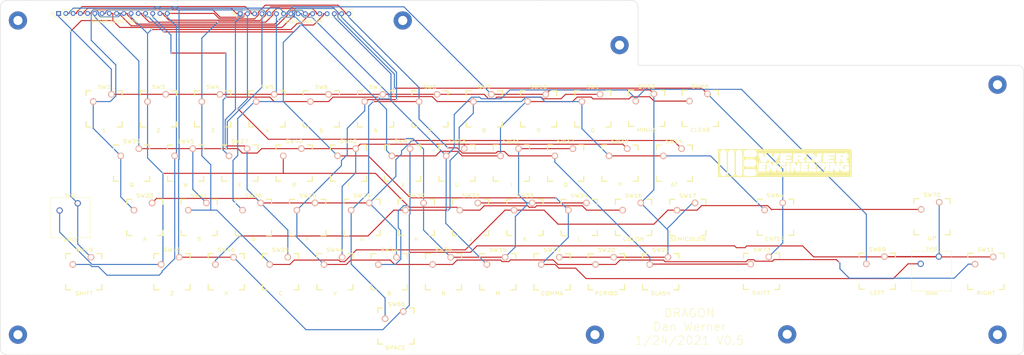
<source format=kicad_pcb>
(kicad_pcb (version 20171130) (host pcbnew "(5.1.5)-3")
  (layers (0 F.Cu signal) (31 B.Cu signal) (34 B.Paste user hide) (35 F.Paste user hide) (36 B.SilkS user hide) (37 F.SilkS user) (38 B.Mask user hide) (39 F.Mask user hide) (44 Edge.Cuts user))
  (net 0 "")
  (net 1 PB7)
  (net 2 PB6)
  (net 3 PB5)
  (net 4 PB4)
  (net 5 PB3)
  (net 6 PB2)
  (net 7 PB1)
  (net 8 PB0)
  (net 9 PA6)
  (net 10 PA5)
  (net 11 PA4)
  (net 12 PA3)
  (net 13 PA2)
  (net 14 GND)
  (net 15 PA1)
  (net 16 PA0)
  (module logo:we_small_neg (layer F.Cu) (at 310.6 143.5)
    (fp_text reference G*** hide)
    (fp_text value LOGO hide)
  )
  (module Button_Switch_Keyboard:SW_Cherry_MX_1.00u_PCB (layer F.Cu) (at 364.6 176.3)
    (fp_text reference SW50 (at -2.54 -2.794) (layer F.SilkS))
    (fp_text value DOWN (at -2.54 12.954) (layer F.SilkS))
    (pad "" np_thru_hole circle (at 2.54 5.08) (size 1.7 1.7) (drill 1.7) (layers *.Cu *.Mask))
    (pad "" np_thru_hole circle (at -7.62 5.08) (size 1.7 1.7) (drill 1.7) (layers *.Cu *.Mask))
    (pad "" np_thru_hole circle (at -2.54 5.08) (size 4 4) (drill 4) (layers *.Cu *.Mask))
    (pad 2 thru_hole circle (at -6.35 2.54) (size 2.2 2.2) (drill 1.5) (layers *.Cu *.Mask) (net 4 PB4))
    (pad 1 thru_hole circle (at 0 0) (size 2.2 2.2) (drill 1.5) (layers *.Cu *.Mask) (net 10 PA5))
  )
  (module Connector_PinHeader_2.54mm:PinHeader_1x16_P2.54mm_Vertical (layer F.Cu) (at 119.5 91.1 90)
    (fp_text reference J2 (at 0 -2.33 90) (layer F.SilkS))
    (fp_text value CoCo_CONNECTION (at -2.7 21.9 180) (layer F.SilkS))
    (pad 16 thru_hole oval (at 0 38.1 90) (size 1.7 1.7) (drill 1) (layers *.Cu *.Mask) (net 1 PB7))
    (pad 15 thru_hole oval (at 0 35.56 90) (size 1.7 1.7) (drill 1) (layers *.Cu *.Mask) (net 2 PB6))
    (pad 14 thru_hole oval (at 0 33.02 90) (size 1.7 1.7) (drill 1) (layers *.Cu *.Mask) (net 3 PB5))
    (pad 13 thru_hole oval (at 0 30.48 90) (size 1.7 1.7) (drill 1) (layers *.Cu *.Mask) (net 4 PB4))
    (pad 12 thru_hole oval (at 0 27.94 90) (size 1.7 1.7) (drill 1) (layers *.Cu *.Mask) (net 5 PB3))
    (pad 11 thru_hole oval (at 0 25.4 90) (size 1.7 1.7) (drill 1) (layers *.Cu *.Mask) (net 6 PB2))
    (pad 10 thru_hole oval (at 0 22.86 90) (size 1.7 1.7) (drill 1) (layers *.Cu *.Mask) (net 7 PB1))
    (pad 9 thru_hole oval (at 0 20.32 90) (size 1.7 1.7) (drill 1) (layers *.Cu *.Mask) (net 8 PB0))
    (pad 8 thru_hole oval (at 0 17.78 90) (size 1.7 1.7) (drill 1) (layers *.Cu *.Mask) (net 9 PA6))
    (pad 7 thru_hole oval (at 0 15.24 90) (size 1.7 1.7) (drill 1) (layers *.Cu *.Mask) (net 15 PA1))
    (pad 6 thru_hole oval (at 0 12.7 90) (size 1.7 1.7) (drill 1) (layers *.Cu *.Mask) (net 16 PA0))
    (pad 5 thru_hole oval (at 0 10.16 90) (size 1.7 1.7) (drill 1) (layers *.Cu *.Mask) (net 10 PA5))
    (pad 4 thru_hole oval (at 0 7.62 90) (size 1.7 1.7) (drill 1) (layers *.Cu *.Mask) (net 11 PA4))
    (pad 3 thru_hole oval (at 0 5.08 90) (size 1.7 1.7) (drill 1) (layers *.Cu *.Mask) (net 14 GND))
    (pad 2 thru_hole oval (at 0 2.54 90) (size 1.7 1.7) (drill 1) (layers *.Cu *.Mask) (net 12 PA3))
    (pad 1 thru_hole rect (at 0 0 90) (size 1.7 1.7) (drill 1) (layers *.Cu *.Mask) (net 13 PA2))
  )
  (module Connector_PinHeader_2.54mm:PinHeader_1x16_P2.54mm_Vertical (layer F.Cu) (at 55.8 91 90)
    (fp_text reference J1 (at 0 -2.33 90) (layer F.SilkS))
    (fp_text value DRAGON_CONNECTION (at -2.8 19.5 180) (layer F.SilkS))
    (pad 16 thru_hole oval (at 0 38.1 90) (size 1.7 1.7) (drill 1) (layers *.Cu *.Mask) (net 1 PB7))
    (pad 15 thru_hole oval (at 0 35.56 90) (size 1.7 1.7) (drill 1) (layers *.Cu *.Mask) (net 2 PB6))
    (pad 14 thru_hole oval (at 0 33.02 90) (size 1.7 1.7) (drill 1) (layers *.Cu *.Mask) (net 3 PB5))
    (pad 13 thru_hole oval (at 0 30.48 90) (size 1.7 1.7) (drill 1) (layers *.Cu *.Mask) (net 4 PB4))
    (pad 12 thru_hole oval (at 0 27.94 90) (size 1.7 1.7) (drill 1) (layers *.Cu *.Mask) (net 5 PB3))
    (pad 11 thru_hole oval (at 0 25.4 90) (size 1.7 1.7) (drill 1) (layers *.Cu *.Mask) (net 6 PB2))
    (pad 10 thru_hole oval (at 0 22.86 90) (size 1.7 1.7) (drill 1) (layers *.Cu *.Mask) (net 7 PB1))
    (pad 9 thru_hole oval (at 0 20.32 90) (size 1.7 1.7) (drill 1) (layers *.Cu *.Mask) (net 8 PB0))
    (pad 8 thru_hole oval (at 0 17.78 90) (size 1.7 1.7) (drill 1) (layers *.Cu *.Mask) (net 9 PA6))
    (pad 7 thru_hole oval (at 0 15.24 90) (size 1.7 1.7) (drill 1) (layers *.Cu *.Mask) (net 10 PA5))
    (pad 6 thru_hole oval (at 0 12.7 90) (size 1.7 1.7) (drill 1) (layers *.Cu *.Mask) (net 11 PA4))
    (pad 5 thru_hole oval (at 0 10.16 90) (size 1.7 1.7) (drill 1) (layers *.Cu *.Mask) (net 12 PA3))
    (pad 4 thru_hole oval (at 0 7.62 90) (size 1.7 1.7) (drill 1) (layers *.Cu *.Mask) (net 13 PA2))
    (pad 3 thru_hole oval (at 0 5.08 90) (size 1.7 1.7) (drill 1) (layers *.Cu *.Mask) (net 14 GND))
    (pad 2 thru_hole oval (at 0 2.54 90) (size 1.7 1.7) (drill 1) (layers *.Cu *.Mask) (net 15 PA1))
    (pad 1 thru_hole rect (at 0 0 90) (size 1.7 1.7) (drill 1) (layers *.Cu *.Mask) (net 16 PA0))
  )
  (module Button_Switch_Keyboard:SW_Cherry_MX_1.75u_PCB (layer F.Cu) (at 62.5 157.6)
    (fp_text reference SW61 (at -2.54 -2.794) (layer F.SilkS))
    (fp_text value BREAK (at -2.54 12.954) (layer F.SilkS))
    (pad "" np_thru_hole circle (at 2.54 5.08) (size 1.7 1.7) (drill 1.7) (layers *.Cu *.Mask))
    (pad "" np_thru_hole circle (at -7.62 5.08) (size 1.7 1.7) (drill 1.7) (layers *.Cu *.Mask))
    (pad "" np_thru_hole circle (at -2.54 5.08) (size 4 4) (drill 4) (layers *.Cu *.Mask))
    (pad 2 thru_hole circle (at -6.35 2.54) (size 2.2 2.2) (drill 1.5) (layers *.Cu *.Mask) (net 6 PB2))
    (pad 1 thru_hole circle (at 0 0) (size 2.2 2.2) (drill 1.5) (layers *.Cu *.Mask) (net 9 PA6))
  )
  (module MountingHole:MountingHole_3.2mm_M3_Pad (layer F.Cu) (at 176.53 93.472)
    (fp_text reference H8 hide)
    (fp_text value MountingHole)
    (pad 1 thru_hole circle (at 0 0) (size 6.4 6.4) (drill 3.2) (layers *.Cu *.Mask))
  )
  (module MountingHole:MountingHole_3.2mm_M3_Pad (layer F.Cu) (at 252.603 102.108)
    (fp_text reference H7 hide)
    (fp_text value MountingHole)
    (pad 1 thru_hole circle (at 0 0) (size 6.4 6.4) (drill 3.2) (layers *.Cu *.Mask))
  )
  (module MountingHole:MountingHole_3.2mm_M3_Pad (layer F.Cu) (at 41.529 203.708)
    (fp_text reference H6 hide)
    (fp_text value MountingHole)
    (pad 1 thru_hole circle (at 0 0) (size 6.4 6.4) (drill 3.2) (layers *.Cu *.Mask))
  )
  (module MountingHole:MountingHole_3.2mm_M3_Pad (layer F.Cu) (at 311.404 203.581)
    (fp_text reference H5 hide)
    (fp_text value MountingHole)
    (pad 1 thru_hole circle (at 0 0) (size 6.4 6.4) (drill 3.2) (layers *.Cu *.Mask))
  )
  (module MountingHole:MountingHole_3.2mm_M3_Pad (layer F.Cu) (at 41.529 93.472)
    (fp_text reference H4 hide)
    (fp_text value MountingHole)
    (pad 1 thru_hole circle (at 0 0) (size 6.4 6.4) (drill 3.2) (layers *.Cu *.Mask))
  )
  (module MountingHole:MountingHole_3.2mm_M3_Pad (layer F.Cu) (at 243.967 203.708)
    (fp_text reference H3 hide)
    (fp_text value MountingHole)
    (pad 1 thru_hole circle (at 0 0) (size 6.4 6.4) (drill 3.2) (layers *.Cu *.Mask))
  )
  (module MountingHole:MountingHole_3.2mm_M3_Pad (layer F.Cu) (at 385.2 203.7)
    (fp_text reference H2 hide)
    (fp_text value MountingHole)
    (pad 1 thru_hole circle (at 0 0) (size 6.4 6.4) (drill 3.2) (layers *.Cu *.Mask))
  )
  (module MountingHole:MountingHole_3.2mm_M3_Pad (layer F.Cu) (at 388.1 116)
    (fp_text reference H1 hide)
    (fp_text value MountingHole)
    (pad 1 thru_hole circle (at -2.9 0) (size 6.4 6.4) (drill 3.2) (layers *.Cu *.Mask))
  )
  (module Cherry_MX:CHERRY_PCB_100H (layer F.Cu) (at 280.9 124.3)
    (fp_text reference SW66 (at 0 -7.62) (layer F.SilkS) (effects (font (size 1.27 1.524) (thickness 0.2032))))
    (fp_text value CLEAR (at 0 7.62) (layer F.SilkS) (effects (font (size 1.27 1.524) (thickness 0.2032))))
    (pad 1 thru_hole circle (at 2.54 -5.08) (size 2.286 2.286) (drill 1.4986) (layers *.Cu *.SilkS *.Mask) (net 9 PA6))
    (pad 2 thru_hole circle (at -3.81 -2.54) (size 2.286 2.286) (drill 1.4986) (layers *.Cu *.SilkS *.Mask) (net 7 PB1))
    (pad HOLE np_thru_hole circle (at 0 0) (size 3.9878 3.9878) (drill 3.9878) (layers *.Cu))
    (pad HOLE np_thru_hole circle (at -5.08 0) (size 1.7018 1.7018) (drill 1.7018) (layers *.Cu))
    (pad HOLE np_thru_hole circle (at 5.08 0) (size 1.7018 1.7018) (drill 1.7018) (layers *.Cu))
  )
  (module Cherry_MX:CHERRY_PCB_100H (layer F.Cu) (at 243.205 124.46)
    (fp_text reference SW1 (at 0 -7.62) (layer F.SilkS) (effects (font (size 1.27 1.524) (thickness 0.2032))))
    (fp_text value 0 (at 0 7.62) (layer F.SilkS) (effects (font (size 1.27 1.524) (thickness 0.2032))))
    (pad 1 thru_hole circle (at 2.54 -5.08) (size 2.286 2.286) (drill 1.4986) (layers *.Cu *.SilkS *.Mask) (net 16 PA0))
    (pad 2 thru_hole circle (at -3.81 -2.54) (size 2.286 2.286) (drill 1.4986) (layers *.Cu *.SilkS *.Mask) (net 8 PB0))
    (pad HOLE np_thru_hole circle (at 0 0) (size 3.9878 3.9878) (drill 3.9878) (layers *.Cu))
    (pad HOLE np_thru_hole circle (at -5.08 0) (size 1.7018 1.7018) (drill 1.7018) (layers *.Cu))
    (pad HOLE np_thru_hole circle (at 5.08 0) (size 1.7018 1.7018) (drill 1.7018) (layers *.Cu))
  )
  (module Cherry_MX:CHERRY_PCB_100H (layer F.Cu) (at 71.755 124.46)
    (fp_text reference SW2 (at 0 -7.62) (layer F.SilkS) (effects (font (size 1.27 1.524) (thickness 0.2032))))
    (fp_text value 1 (at 0 7.62) (layer F.SilkS) (effects (font (size 1.27 1.524) (thickness 0.2032))))
    (pad 1 thru_hole circle (at 2.54 -5.08) (size 2.286 2.286) (drill 1.4986) (layers *.Cu *.SilkS *.Mask) (net 16 PA0))
    (pad 2 thru_hole circle (at -3.81 -2.54) (size 2.286 2.286) (drill 1.4986) (layers *.Cu *.SilkS *.Mask) (net 7 PB1))
    (pad HOLE np_thru_hole circle (at 0 0) (size 3.9878 3.9878) (drill 3.9878) (layers *.Cu))
    (pad HOLE np_thru_hole circle (at -5.08 0) (size 1.7018 1.7018) (drill 1.7018) (layers *.Cu))
    (pad HOLE np_thru_hole circle (at 5.08 0) (size 1.7018 1.7018) (drill 1.7018) (layers *.Cu))
  )
  (module Cherry_MX:CHERRY_PCB_100H (layer F.Cu) (at 90.805 124.46)
    (fp_text reference SW3 (at 0 -7.62) (layer F.SilkS) (effects (font (size 1.27 1.524) (thickness 0.2032))))
    (fp_text value 2 (at 0 7.62) (layer F.SilkS) (effects (font (size 1.27 1.524) (thickness 0.2032))))
    (pad 1 thru_hole circle (at 2.54 -5.08) (size 2.286 2.286) (drill 1.4986) (layers *.Cu *.SilkS *.Mask) (net 16 PA0))
    (pad 2 thru_hole circle (at -3.81 -2.54) (size 2.286 2.286) (drill 1.4986) (layers *.Cu *.SilkS *.Mask) (net 6 PB2))
    (pad HOLE np_thru_hole circle (at 0 0) (size 3.9878 3.9878) (drill 3.9878) (layers *.Cu))
    (pad HOLE np_thru_hole circle (at -5.08 0) (size 1.7018 1.7018) (drill 1.7018) (layers *.Cu))
    (pad HOLE np_thru_hole circle (at 5.08 0) (size 1.7018 1.7018) (drill 1.7018) (layers *.Cu))
  )
  (module Cherry_MX:CHERRY_PCB_100H (layer F.Cu) (at 109.855 124.46)
    (fp_text reference SW4 (at 0 -7.62) (layer F.SilkS) (effects (font (size 1.27 1.524) (thickness 0.2032))))
    (fp_text value 3 (at 0 7.62) (layer F.SilkS) (effects (font (size 1.27 1.524) (thickness 0.2032))))
    (pad 1 thru_hole circle (at 2.54 -5.08) (size 2.286 2.286) (drill 1.4986) (layers *.Cu *.SilkS *.Mask) (net 16 PA0))
    (pad 2 thru_hole circle (at -3.81 -2.54) (size 2.286 2.286) (drill 1.4986) (layers *.Cu *.SilkS *.Mask) (net 5 PB3))
    (pad HOLE np_thru_hole circle (at 0 0) (size 3.9878 3.9878) (drill 3.9878) (layers *.Cu))
    (pad HOLE np_thru_hole circle (at -5.08 0) (size 1.7018 1.7018) (drill 1.7018) (layers *.Cu))
    (pad HOLE np_thru_hole circle (at 5.08 0) (size 1.7018 1.7018) (drill 1.7018) (layers *.Cu))
  )
  (module Cherry_MX:CHERRY_PCB_100H (layer F.Cu) (at 128.905 124.46)
    (fp_text reference SW5 (at 0 -7.62) (layer F.SilkS) (effects (font (size 1.27 1.524) (thickness 0.2032))))
    (fp_text value 4 (at 0 7.62) (layer F.SilkS) (effects (font (size 1.27 1.524) (thickness 0.2032))))
    (pad 1 thru_hole circle (at 2.54 -5.08) (size 2.286 2.286) (drill 1.4986) (layers *.Cu *.SilkS *.Mask) (net 16 PA0))
    (pad 2 thru_hole circle (at -3.81 -2.54) (size 2.286 2.286) (drill 1.4986) (layers *.Cu *.SilkS *.Mask) (net 4 PB4))
    (pad HOLE np_thru_hole circle (at 0 0) (size 3.9878 3.9878) (drill 3.9878) (layers *.Cu))
    (pad HOLE np_thru_hole circle (at -5.08 0) (size 1.7018 1.7018) (drill 1.7018) (layers *.Cu))
    (pad HOLE np_thru_hole circle (at 5.08 0) (size 1.7018 1.7018) (drill 1.7018) (layers *.Cu))
  )
  (module Cherry_MX:CHERRY_PCB_100H (layer F.Cu) (at 147.955 124.46)
    (fp_text reference SW6 (at 0 -7.62) (layer F.SilkS) (effects (font (size 1.27 1.524) (thickness 0.2032))))
    (fp_text value 5 (at 0 7.62) (layer F.SilkS) (effects (font (size 1.27 1.524) (thickness 0.2032))))
    (pad 1 thru_hole circle (at 2.54 -5.08) (size 2.286 2.286) (drill 1.4986) (layers *.Cu *.SilkS *.Mask) (net 16 PA0))
    (pad 2 thru_hole circle (at -3.81 -2.54) (size 2.286 2.286) (drill 1.4986) (layers *.Cu *.SilkS *.Mask) (net 3 PB5))
    (pad HOLE np_thru_hole circle (at 0 0) (size 3.9878 3.9878) (drill 3.9878) (layers *.Cu))
    (pad HOLE np_thru_hole circle (at -5.08 0) (size 1.7018 1.7018) (drill 1.7018) (layers *.Cu))
    (pad HOLE np_thru_hole circle (at 5.08 0) (size 1.7018 1.7018) (drill 1.7018) (layers *.Cu))
  )
  (module Cherry_MX:CHERRY_PCB_100H (layer F.Cu) (at 167.005 124.46)
    (fp_text reference SW7 (at 0 -7.62) (layer F.SilkS) (effects (font (size 1.27 1.524) (thickness 0.2032))))
    (fp_text value 6 (at 0 7.62) (layer F.SilkS) (effects (font (size 1.27 1.524) (thickness 0.2032))))
    (pad 1 thru_hole circle (at 2.54 -5.08) (size 2.286 2.286) (drill 1.4986) (layers *.Cu *.SilkS *.Mask) (net 16 PA0))
    (pad 2 thru_hole circle (at -3.81 -2.54) (size 2.286 2.286) (drill 1.4986) (layers *.Cu *.SilkS *.Mask) (net 2 PB6))
    (pad HOLE np_thru_hole circle (at 0 0) (size 3.9878 3.9878) (drill 3.9878) (layers *.Cu))
    (pad HOLE np_thru_hole circle (at -5.08 0) (size 1.7018 1.7018) (drill 1.7018) (layers *.Cu))
    (pad HOLE np_thru_hole circle (at 5.08 0) (size 1.7018 1.7018) (drill 1.7018) (layers *.Cu))
  )
  (module Cherry_MX:CHERRY_PCB_100H (layer F.Cu) (at 186.055 124.46)
    (fp_text reference SW8 (at 0 -7.62) (layer F.SilkS) (effects (font (size 1.27 1.524) (thickness 0.2032))))
    (fp_text value 7 (at 0 7.62) (layer F.SilkS) (effects (font (size 1.27 1.524) (thickness 0.2032))))
    (pad 1 thru_hole circle (at 2.54 -5.08) (size 2.286 2.286) (drill 1.4986) (layers *.Cu *.SilkS *.Mask) (net 16 PA0))
    (pad 2 thru_hole circle (at -3.81 -2.54) (size 2.286 2.286) (drill 1.4986) (layers *.Cu *.SilkS *.Mask) (net 1 PB7))
    (pad HOLE np_thru_hole circle (at 0 0) (size 3.9878 3.9878) (drill 3.9878) (layers *.Cu))
    (pad HOLE np_thru_hole circle (at -5.08 0) (size 1.7018 1.7018) (drill 1.7018) (layers *.Cu))
    (pad HOLE np_thru_hole circle (at 5.08 0) (size 1.7018 1.7018) (drill 1.7018) (layers *.Cu))
  )
  (module Cherry_MX:CHERRY_PCB_100H (layer F.Cu) (at 205.105 124.46)
    (fp_text reference SW9 (at 0 -7.62) (layer F.SilkS) (effects (font (size 1.27 1.524) (thickness 0.2032))))
    (fp_text value 8 (at 0 7.62) (layer F.SilkS) (effects (font (size 1.27 1.524) (thickness 0.2032))))
    (pad 1 thru_hole circle (at 2.54 -5.08) (size 2.286 2.286) (drill 1.4986) (layers *.Cu *.SilkS *.Mask) (net 15 PA1))
    (pad 2 thru_hole circle (at -3.81 -2.54) (size 2.286 2.286) (drill 1.4986) (layers *.Cu *.SilkS *.Mask) (net 8 PB0))
    (pad HOLE np_thru_hole circle (at 0 0) (size 3.9878 3.9878) (drill 3.9878) (layers *.Cu))
    (pad HOLE np_thru_hole circle (at -5.08 0) (size 1.7018 1.7018) (drill 1.7018) (layers *.Cu))
    (pad HOLE np_thru_hole circle (at 5.08 0) (size 1.7018 1.7018) (drill 1.7018) (layers *.Cu))
  )
  (module Cherry_MX:CHERRY_PCB_100H (layer F.Cu) (at 224.155 124.46)
    (fp_text reference SW10 (at 0 -7.62) (layer F.SilkS) (effects (font (size 1.27 1.524) (thickness 0.2032))))
    (fp_text value 9 (at 0 7.62) (layer F.SilkS) (effects (font (size 1.27 1.524) (thickness 0.2032))))
    (pad 1 thru_hole circle (at 2.54 -5.08) (size 2.286 2.286) (drill 1.4986) (layers *.Cu *.SilkS *.Mask) (net 15 PA1))
    (pad 2 thru_hole circle (at -3.81 -2.54) (size 2.286 2.286) (drill 1.4986) (layers *.Cu *.SilkS *.Mask) (net 7 PB1))
    (pad HOLE np_thru_hole circle (at 0 0) (size 3.9878 3.9878) (drill 3.9878) (layers *.Cu))
    (pad HOLE np_thru_hole circle (at -5.08 0) (size 1.7018 1.7018) (drill 1.7018) (layers *.Cu))
    (pad HOLE np_thru_hole circle (at 5.08 0) (size 1.7018 1.7018) (drill 1.7018) (layers *.Cu))
  )
  (module Cherry_MX:CHERRY_PCB_100H (layer F.Cu) (at 381.1 181.5)
    (fp_text reference SW11 (at 0 -7.62) (layer F.SilkS) (effects (font (size 1.27 1.524) (thickness 0.2032))))
    (fp_text value RIGHT (at 0 7.62) (layer F.SilkS) (effects (font (size 1.27 1.524) (thickness 0.2032))))
    (pad 1 thru_hole circle (at 2.54 -5.08) (size 2.286 2.286) (drill 1.4986) (layers *.Cu *.SilkS *.Mask) (net 10 PA5))
    (pad 2 thru_hole circle (at -3.81 -2.54) (size 2.286 2.286) (drill 1.4986) (layers *.Cu *.SilkS *.Mask) (net 2 PB6))
    (pad HOLE np_thru_hole circle (at 0 0) (size 3.9878 3.9878) (drill 3.9878) (layers *.Cu))
    (pad HOLE np_thru_hole circle (at -5.08 0) (size 1.7018 1.7018) (drill 1.7018) (layers *.Cu))
    (pad HOLE np_thru_hole circle (at 5.08 0) (size 1.7018 1.7018) (drill 1.7018) (layers *.Cu))
  )
  (module Cherry_MX:CHERRY_PCB_100H (layer F.Cu) (at 262.1 124.3)
    (fp_text reference SW12 (at 0 -7.62) (layer F.SilkS) (effects (font (size 1.27 1.524) (thickness 0.2032))))
    (fp_text value MINUS (at 0 7.62) (layer F.SilkS) (effects (font (size 1.27 1.524) (thickness 0.2032))))
    (pad 1 thru_hole circle (at 2.54 -5.08) (size 2.286 2.286) (drill 1.4986) (layers *.Cu *.SilkS *.Mask) (net 15 PA1))
    (pad 2 thru_hole circle (at -3.81 -2.54) (size 2.286 2.286) (drill 1.4986) (layers *.Cu *.SilkS *.Mask) (net 3 PB5))
    (pad HOLE np_thru_hole circle (at 0 0) (size 3.9878 3.9878) (drill 3.9878) (layers *.Cu))
    (pad HOLE np_thru_hole circle (at -5.08 0) (size 1.7018 1.7018) (drill 1.7018) (layers *.Cu))
    (pad HOLE np_thru_hole circle (at 5.08 0) (size 1.7018 1.7018) (drill 1.7018) (layers *.Cu))
  )
  (module Cherry_MX:CHERRY_PCB_100H (layer F.Cu) (at 271.78 143.51)
    (fp_text reference SW14 (at 0 -7.62) (layer F.SilkS) (effects (font (size 1.27 1.524) (thickness 0.2032))))
    (fp_text value AT (at 0 7.62) (layer F.SilkS) (effects (font (size 1.27 1.524) (thickness 0.2032))))
    (pad 1 thru_hole circle (at 2.54 -5.08) (size 2.286 2.286) (drill 1.4986) (layers *.Cu *.SilkS *.Mask) (net 13 PA2))
    (pad 2 thru_hole circle (at -3.81 -2.54) (size 2.286 2.286) (drill 1.4986) (layers *.Cu *.SilkS *.Mask) (net 8 PB0))
    (pad HOLE np_thru_hole circle (at 0 0) (size 3.9878 3.9878) (drill 3.9878) (layers *.Cu))
    (pad HOLE np_thru_hole circle (at -5.08 0) (size 1.7018 1.7018) (drill 1.7018) (layers *.Cu))
    (pad HOLE np_thru_hole circle (at 5.08 0) (size 1.7018 1.7018) (drill 1.7018) (layers *.Cu))
  )
  (module Cherry_MX:CHERRY_PCB_100H (layer F.Cu) (at 257.492 162.56)
    (fp_text reference SW16 (at 0 -7.62) (layer F.SilkS) (effects (font (size 1.27 1.524) (thickness 0.2032))))
    (fp_text value COLON (at 0 7.62) (layer F.SilkS) (effects (font (size 1.27 1.524) (thickness 0.2032))))
    (pad 1 thru_hole circle (at 2.54 -5.08) (size 2.286 2.286) (drill 1.4986) (layers *.Cu *.SilkS *.Mask) (net 15 PA1))
    (pad 2 thru_hole circle (at -3.81 -2.54) (size 2.286 2.286) (drill 1.4986) (layers *.Cu *.SilkS *.Mask) (net 6 PB2))
    (pad HOLE np_thru_hole circle (at 0 0) (size 3.9878 3.9878) (drill 3.9878) (layers *.Cu))
    (pad HOLE np_thru_hole circle (at -5.08 0) (size 1.7018 1.7018) (drill 1.7018) (layers *.Cu))
    (pad HOLE np_thru_hole circle (at 5.08 0) (size 1.7018 1.7018) (drill 1.7018) (layers *.Cu))
  )
  (module Cherry_MX:CHERRY_PCB_100H (layer F.Cu) (at 276.542 162.56)
    (fp_text reference SW17 (at 0 -7.62) (layer F.SilkS) (effects (font (size 1.27 1.524) (thickness 0.2032))))
    (fp_text value SEMICOLON (at 0 7.62) (layer F.SilkS) (effects (font (size 1.27 1.524) (thickness 0.2032))))
    (pad 1 thru_hole circle (at 2.54 -5.08) (size 2.286 2.286) (drill 1.4986) (layers *.Cu *.SilkS *.Mask) (net 15 PA1))
    (pad 2 thru_hole circle (at -3.81 -2.54) (size 2.286 2.286) (drill 1.4986) (layers *.Cu *.SilkS *.Mask) (net 5 PB3))
    (pad HOLE np_thru_hole circle (at 0 0) (size 3.9878 3.9878) (drill 3.9878) (layers *.Cu))
    (pad HOLE np_thru_hole circle (at -5.08 0) (size 1.7018 1.7018) (drill 1.7018) (layers *.Cu))
    (pad HOLE np_thru_hole circle (at 5.08 0) (size 1.7018 1.7018) (drill 1.7018) (layers *.Cu))
  )
  (module Cherry_MX:CHERRY_PCB_100H (layer F.Cu) (at 228.918 181.61)
    (fp_text reference SW19 (at 0 -7.62) (layer F.SilkS) (effects (font (size 1.27 1.524) (thickness 0.2032))))
    (fp_text value COMMA (at 0 7.62) (layer F.SilkS) (effects (font (size 1.27 1.524) (thickness 0.2032))))
    (pad 1 thru_hole circle (at 2.54 -5.08) (size 2.286 2.286) (drill 1.4986) (layers *.Cu *.SilkS *.Mask) (net 15 PA1))
    (pad 2 thru_hole circle (at -3.81 -2.54) (size 2.286 2.286) (drill 1.4986) (layers *.Cu *.SilkS *.Mask) (net 4 PB4))
    (pad HOLE np_thru_hole circle (at 0 0) (size 3.9878 3.9878) (drill 3.9878) (layers *.Cu))
    (pad HOLE np_thru_hole circle (at -5.08 0) (size 1.7018 1.7018) (drill 1.7018) (layers *.Cu))
    (pad HOLE np_thru_hole circle (at 5.08 0) (size 1.7018 1.7018) (drill 1.7018) (layers *.Cu))
  )
  (module Cherry_MX:CHERRY_PCB_100H (layer F.Cu) (at 247.968 181.61)
    (fp_text reference SW20 (at 0 -7.62) (layer F.SilkS) (effects (font (size 1.27 1.524) (thickness 0.2032))))
    (fp_text value PERIOD (at 0 7.62) (layer F.SilkS) (effects (font (size 1.27 1.524) (thickness 0.2032))))
    (pad 1 thru_hole circle (at 2.54 -5.08) (size 2.286 2.286) (drill 1.4986) (layers *.Cu *.SilkS *.Mask) (net 15 PA1))
    (pad 2 thru_hole circle (at -3.81 -2.54) (size 2.286 2.286) (drill 1.4986) (layers *.Cu *.SilkS *.Mask) (net 2 PB6))
    (pad HOLE np_thru_hole circle (at 0 0) (size 3.9878 3.9878) (drill 3.9878) (layers *.Cu))
    (pad HOLE np_thru_hole circle (at -5.08 0) (size 1.7018 1.7018) (drill 1.7018) (layers *.Cu))
    (pad HOLE np_thru_hole circle (at 5.08 0) (size 1.7018 1.7018) (drill 1.7018) (layers *.Cu))
  )
  (module Cherry_MX:CHERRY_PCB_100H (layer F.Cu) (at 267.018 181.61)
    (fp_text reference SW21 (at 0 -7.62) (layer F.SilkS) (effects (font (size 1.27 1.524) (thickness 0.2032))))
    (fp_text value SLASH (at 0 7.62) (layer F.SilkS) (effects (font (size 1.27 1.524) (thickness 0.2032))))
    (pad 1 thru_hole circle (at 2.54 -5.08) (size 2.286 2.286) (drill 1.4986) (layers *.Cu *.SilkS *.Mask) (net 15 PA1))
    (pad 2 thru_hole circle (at -3.81 -2.54) (size 2.286 2.286) (drill 1.4986) (layers *.Cu *.SilkS *.Mask) (net 1 PB7))
    (pad HOLE np_thru_hole circle (at 0 0) (size 3.9878 3.9878) (drill 3.9878) (layers *.Cu))
    (pad HOLE np_thru_hole circle (at -5.08 0) (size 1.7018 1.7018) (drill 1.7018) (layers *.Cu))
    (pad HOLE np_thru_hole circle (at 5.08 0) (size 1.7018 1.7018) (drill 1.7018) (layers *.Cu))
  )
  (module Cherry_MX:CHERRY_PCB_100H (layer F.Cu) (at 86.0425 162.56)
    (fp_text reference SW23 (at 0 -7.62) (layer F.SilkS) (effects (font (size 1.27 1.524) (thickness 0.2032))))
    (fp_text value A (at 0 7.62) (layer F.SilkS) (effects (font (size 1.27 1.524) (thickness 0.2032))))
    (pad 1 thru_hole circle (at 2.54 -5.08) (size 2.286 2.286) (drill 1.4986) (layers *.Cu *.SilkS *.Mask) (net 13 PA2))
    (pad 2 thru_hole circle (at -3.81 -2.54) (size 2.286 2.286) (drill 1.4986) (layers *.Cu *.SilkS *.Mask) (net 7 PB1))
    (pad HOLE np_thru_hole circle (at 0 0) (size 3.9878 3.9878) (drill 3.9878) (layers *.Cu))
    (pad HOLE np_thru_hole circle (at -5.08 0) (size 1.7018 1.7018) (drill 1.7018) (layers *.Cu))
    (pad HOLE np_thru_hole circle (at 5.08 0) (size 1.7018 1.7018) (drill 1.7018) (layers *.Cu))
  )
  (module Cherry_MX:CHERRY_PCB_100H (layer F.Cu) (at 171.768 181.61)
    (fp_text reference SW24 (at 0 -7.62) (layer F.SilkS) (effects (font (size 1.27 1.524) (thickness 0.2032))))
    (fp_text value B (at 0 7.62) (layer F.SilkS) (effects (font (size 1.27 1.524) (thickness 0.2032))))
    (pad 1 thru_hole circle (at 2.54 -5.08) (size 2.286 2.286) (drill 1.4986) (layers *.Cu *.SilkS *.Mask) (net 13 PA2))
    (pad 2 thru_hole circle (at -3.81 -2.54) (size 2.286 2.286) (drill 1.4986) (layers *.Cu *.SilkS *.Mask) (net 6 PB2))
    (pad HOLE np_thru_hole circle (at 0 0) (size 3.9878 3.9878) (drill 3.9878) (layers *.Cu))
    (pad HOLE np_thru_hole circle (at -5.08 0) (size 1.7018 1.7018) (drill 1.7018) (layers *.Cu))
    (pad HOLE np_thru_hole circle (at 5.08 0) (size 1.7018 1.7018) (drill 1.7018) (layers *.Cu))
  )
  (module Cherry_MX:CHERRY_PCB_100H (layer F.Cu) (at 133.668 181.61)
    (fp_text reference SW25 (at 0 -7.62) (layer F.SilkS) (effects (font (size 1.27 1.524) (thickness 0.2032))))
    (fp_text value C (at 0 7.62) (layer F.SilkS) (effects (font (size 1.27 1.524) (thickness 0.2032))))
    (pad 1 thru_hole circle (at 2.54 -5.08) (size 2.286 2.286) (drill 1.4986) (layers *.Cu *.SilkS *.Mask) (net 13 PA2))
    (pad 2 thru_hole circle (at -3.81 -2.54) (size 2.286 2.286) (drill 1.4986) (layers *.Cu *.SilkS *.Mask) (net 5 PB3))
    (pad HOLE np_thru_hole circle (at 0 0) (size 3.9878 3.9878) (drill 3.9878) (layers *.Cu))
    (pad HOLE np_thru_hole circle (at -5.08 0) (size 1.7018 1.7018) (drill 1.7018) (layers *.Cu))
    (pad HOLE np_thru_hole circle (at 5.08 0) (size 1.7018 1.7018) (drill 1.7018) (layers *.Cu))
  )
  (module Cherry_MX:CHERRY_PCB_100H (layer F.Cu) (at 124.142 162.56)
    (fp_text reference SW26 (at 0 -7.62) (layer F.SilkS) (effects (font (size 1.27 1.524) (thickness 0.2032))))
    (fp_text value D (at 0 7.62) (layer F.SilkS) (effects (font (size 1.27 1.524) (thickness 0.2032))))
    (pad 1 thru_hole circle (at 2.54 -5.08) (size 2.286 2.286) (drill 1.4986) (layers *.Cu *.SilkS *.Mask) (net 13 PA2))
    (pad 2 thru_hole circle (at -3.81 -2.54) (size 2.286 2.286) (drill 1.4986) (layers *.Cu *.SilkS *.Mask) (net 4 PB4))
    (pad HOLE np_thru_hole circle (at 0 0) (size 3.9878 3.9878) (drill 3.9878) (layers *.Cu))
    (pad HOLE np_thru_hole circle (at -5.08 0) (size 1.7018 1.7018) (drill 1.7018) (layers *.Cu))
    (pad HOLE np_thru_hole circle (at 5.08 0) (size 1.7018 1.7018) (drill 1.7018) (layers *.Cu))
  )
  (module Cherry_MX:CHERRY_PCB_100H (layer F.Cu) (at 119.38 143.51)
    (fp_text reference SW27 (at 0 -7.62) (layer F.SilkS) (effects (font (size 1.27 1.524) (thickness 0.2032))))
    (fp_text value E (at 0 7.62) (layer F.SilkS) (effects (font (size 1.27 1.524) (thickness 0.2032))))
    (pad 1 thru_hole circle (at 2.54 -5.08) (size 2.286 2.286) (drill 1.4986) (layers *.Cu *.SilkS *.Mask) (net 13 PA2))
    (pad 2 thru_hole circle (at -3.81 -2.54) (size 2.286 2.286) (drill 1.4986) (layers *.Cu *.SilkS *.Mask) (net 3 PB5))
    (pad HOLE np_thru_hole circle (at 0 0) (size 3.9878 3.9878) (drill 3.9878) (layers *.Cu))
    (pad HOLE np_thru_hole circle (at -5.08 0) (size 1.7018 1.7018) (drill 1.7018) (layers *.Cu))
    (pad HOLE np_thru_hole circle (at 5.08 0) (size 1.7018 1.7018) (drill 1.7018) (layers *.Cu))
  )
  (module Cherry_MX:CHERRY_PCB_100H (layer F.Cu) (at 143.192 162.56)
    (fp_text reference SW28 (at 0 -7.62) (layer F.SilkS) (effects (font (size 1.27 1.524) (thickness 0.2032))))
    (fp_text value F (at 0 7.62) (layer F.SilkS) (effects (font (size 1.27 1.524) (thickness 0.2032))))
    (pad 1 thru_hole circle (at 2.54 -5.08) (size 2.286 2.286) (drill 1.4986) (layers *.Cu *.SilkS *.Mask) (net 13 PA2))
    (pad 2 thru_hole circle (at -3.81 -2.54) (size 2.286 2.286) (drill 1.4986) (layers *.Cu *.SilkS *.Mask) (net 2 PB6))
    (pad HOLE np_thru_hole circle (at 0 0) (size 3.9878 3.9878) (drill 3.9878) (layers *.Cu))
    (pad HOLE np_thru_hole circle (at -5.08 0) (size 1.7018 1.7018) (drill 1.7018) (layers *.Cu))
    (pad HOLE np_thru_hole circle (at 5.08 0) (size 1.7018 1.7018) (drill 1.7018) (layers *.Cu))
  )
  (module Cherry_MX:CHERRY_PCB_100H (layer F.Cu) (at 162.242 162.56)
    (fp_text reference SW29 (at 0 -7.62) (layer F.SilkS) (effects (font (size 1.27 1.524) (thickness 0.2032))))
    (fp_text value G (at 0 7.62) (layer F.SilkS) (effects (font (size 1.27 1.524) (thickness 0.2032))))
    (pad 1 thru_hole circle (at 2.54 -5.08) (size 2.286 2.286) (drill 1.4986) (layers *.Cu *.SilkS *.Mask) (net 13 PA2))
    (pad 2 thru_hole circle (at -3.81 -2.54) (size 2.286 2.286) (drill 1.4986) (layers *.Cu *.SilkS *.Mask) (net 1 PB7))
    (pad HOLE np_thru_hole circle (at 0 0) (size 3.9878 3.9878) (drill 3.9878) (layers *.Cu))
    (pad HOLE np_thru_hole circle (at -5.08 0) (size 1.7018 1.7018) (drill 1.7018) (layers *.Cu))
    (pad HOLE np_thru_hole circle (at 5.08 0) (size 1.7018 1.7018) (drill 1.7018) (layers *.Cu))
  )
  (module Cherry_MX:CHERRY_PCB_100H (layer F.Cu) (at 181.292 162.56)
    (fp_text reference SW30 (at 0 -7.62) (layer F.SilkS) (effects (font (size 1.27 1.524) (thickness 0.2032))))
    (fp_text value H (at 0 7.62) (layer F.SilkS) (effects (font (size 1.27 1.524) (thickness 0.2032))))
    (pad 1 thru_hole circle (at 2.54 -5.08) (size 2.286 2.286) (drill 1.4986) (layers *.Cu *.SilkS *.Mask) (net 12 PA3))
    (pad 2 thru_hole circle (at -3.81 -2.54) (size 2.286 2.286) (drill 1.4986) (layers *.Cu *.SilkS *.Mask) (net 8 PB0))
    (pad HOLE np_thru_hole circle (at 0 0) (size 3.9878 3.9878) (drill 3.9878) (layers *.Cu))
    (pad HOLE np_thru_hole circle (at -5.08 0) (size 1.7018 1.7018) (drill 1.7018) (layers *.Cu))
    (pad HOLE np_thru_hole circle (at 5.08 0) (size 1.7018 1.7018) (drill 1.7018) (layers *.Cu))
  )
  (module Cherry_MX:CHERRY_PCB_100H (layer F.Cu) (at 214.63 143.51)
    (fp_text reference SW31 (at 0 -7.62) (layer F.SilkS) (effects (font (size 1.27 1.524) (thickness 0.2032))))
    (fp_text value I (at 0 7.62) (layer F.SilkS) (effects (font (size 1.27 1.524) (thickness 0.2032))))
    (pad 1 thru_hole circle (at 2.54 -5.08) (size 2.286 2.286) (drill 1.4986) (layers *.Cu *.SilkS *.Mask) (net 12 PA3))
    (pad 2 thru_hole circle (at -3.81 -2.54) (size 2.286 2.286) (drill 1.4986) (layers *.Cu *.SilkS *.Mask) (net 7 PB1))
    (pad HOLE np_thru_hole circle (at 0 0) (size 3.9878 3.9878) (drill 3.9878) (layers *.Cu))
    (pad HOLE np_thru_hole circle (at -5.08 0) (size 1.7018 1.7018) (drill 1.7018) (layers *.Cu))
    (pad HOLE np_thru_hole circle (at 5.08 0) (size 1.7018 1.7018) (drill 1.7018) (layers *.Cu))
  )
  (module Cherry_MX:CHERRY_PCB_100H (layer F.Cu) (at 200.342 162.56)
    (fp_text reference SW32 (at 0 -7.62) (layer F.SilkS) (effects (font (size 1.27 1.524) (thickness 0.2032))))
    (fp_text value J (at 0 7.62) (layer F.SilkS) (effects (font (size 1.27 1.524) (thickness 0.2032))))
    (pad 1 thru_hole circle (at 2.54 -5.08) (size 2.286 2.286) (drill 1.4986) (layers *.Cu *.SilkS *.Mask) (net 12 PA3))
    (pad 2 thru_hole circle (at -3.81 -2.54) (size 2.286 2.286) (drill 1.4986) (layers *.Cu *.SilkS *.Mask) (net 6 PB2))
    (pad HOLE np_thru_hole circle (at 0 0) (size 3.9878 3.9878) (drill 3.9878) (layers *.Cu))
    (pad HOLE np_thru_hole circle (at -5.08 0) (size 1.7018 1.7018) (drill 1.7018) (layers *.Cu))
    (pad HOLE np_thru_hole circle (at 5.08 0) (size 1.7018 1.7018) (drill 1.7018) (layers *.Cu))
  )
  (module Cherry_MX:CHERRY_PCB_100H (layer F.Cu) (at 219.392 162.56)
    (fp_text reference SW33 (at 0 -7.62) (layer F.SilkS) (effects (font (size 1.27 1.524) (thickness 0.2032))))
    (fp_text value K (at 0 7.62) (layer F.SilkS) (effects (font (size 1.27 1.524) (thickness 0.2032))))
    (pad 1 thru_hole circle (at 2.54 -5.08) (size 2.286 2.286) (drill 1.4986) (layers *.Cu *.SilkS *.Mask) (net 12 PA3))
    (pad 2 thru_hole circle (at -3.81 -2.54) (size 2.286 2.286) (drill 1.4986) (layers *.Cu *.SilkS *.Mask) (net 5 PB3))
    (pad HOLE np_thru_hole circle (at 0 0) (size 3.9878 3.9878) (drill 3.9878) (layers *.Cu))
    (pad HOLE np_thru_hole circle (at -5.08 0) (size 1.7018 1.7018) (drill 1.7018) (layers *.Cu))
    (pad HOLE np_thru_hole circle (at 5.08 0) (size 1.7018 1.7018) (drill 1.7018) (layers *.Cu))
  )
  (module Cherry_MX:CHERRY_PCB_100H (layer F.Cu) (at 238.442 162.56)
    (fp_text reference SW34 (at 0 -7.62) (layer F.SilkS) (effects (font (size 1.27 1.524) (thickness 0.2032))))
    (fp_text value L (at 0 7.62) (layer F.SilkS) (effects (font (size 1.27 1.524) (thickness 0.2032))))
    (pad 1 thru_hole circle (at 2.54 -5.08) (size 2.286 2.286) (drill 1.4986) (layers *.Cu *.SilkS *.Mask) (net 12 PA3))
    (pad 2 thru_hole circle (at -3.81 -2.54) (size 2.286 2.286) (drill 1.4986) (layers *.Cu *.SilkS *.Mask) (net 4 PB4))
    (pad HOLE np_thru_hole circle (at 0 0) (size 3.9878 3.9878) (drill 3.9878) (layers *.Cu))
    (pad HOLE np_thru_hole circle (at -5.08 0) (size 1.7018 1.7018) (drill 1.7018) (layers *.Cu))
    (pad HOLE np_thru_hole circle (at 5.08 0) (size 1.7018 1.7018) (drill 1.7018) (layers *.Cu))
  )
  (module Cherry_MX:CHERRY_PCB_100H (layer F.Cu) (at 209.868 181.61)
    (fp_text reference SW35 (at 0 -7.62) (layer F.SilkS) (effects (font (size 1.27 1.524) (thickness 0.2032))))
    (fp_text value M (at 0 7.62) (layer F.SilkS) (effects (font (size 1.27 1.524) (thickness 0.2032))))
    (pad 1 thru_hole circle (at 2.54 -5.08) (size 2.286 2.286) (drill 1.4986) (layers *.Cu *.SilkS *.Mask) (net 12 PA3))
    (pad 2 thru_hole circle (at -3.81 -2.54) (size 2.286 2.286) (drill 1.4986) (layers *.Cu *.SilkS *.Mask) (net 3 PB5))
    (pad HOLE np_thru_hole circle (at 0 0) (size 3.9878 3.9878) (drill 3.9878) (layers *.Cu))
    (pad HOLE np_thru_hole circle (at -5.08 0) (size 1.7018 1.7018) (drill 1.7018) (layers *.Cu))
    (pad HOLE np_thru_hole circle (at 5.08 0) (size 1.7018 1.7018) (drill 1.7018) (layers *.Cu))
  )
  (module Cherry_MX:CHERRY_PCB_100H (layer F.Cu) (at 190.818 181.61)
    (fp_text reference SW36 (at 0 -7.62) (layer F.SilkS) (effects (font (size 1.27 1.524) (thickness 0.2032))))
    (fp_text value N (at 0 7.62) (layer F.SilkS) (effects (font (size 1.27 1.524) (thickness 0.2032))))
    (pad 1 thru_hole circle (at 2.54 -5.08) (size 2.286 2.286) (drill 1.4986) (layers *.Cu *.SilkS *.Mask) (net 12 PA3))
    (pad 2 thru_hole circle (at -3.81 -2.54) (size 2.286 2.286) (drill 1.4986) (layers *.Cu *.SilkS *.Mask) (net 2 PB6))
    (pad HOLE np_thru_hole circle (at 0 0) (size 3.9878 3.9878) (drill 3.9878) (layers *.Cu))
    (pad HOLE np_thru_hole circle (at -5.08 0) (size 1.7018 1.7018) (drill 1.7018) (layers *.Cu))
    (pad HOLE np_thru_hole circle (at 5.08 0) (size 1.7018 1.7018) (drill 1.7018) (layers *.Cu))
  )
  (module Cherry_MX:CHERRY_PCB_100H (layer F.Cu) (at 233.68 143.51)
    (fp_text reference SW37 (at 0 -7.62) (layer F.SilkS) (effects (font (size 1.27 1.524) (thickness 0.2032))))
    (fp_text value O (at 0 7.62) (layer F.SilkS) (effects (font (size 1.27 1.524) (thickness 0.2032))))
    (pad 1 thru_hole circle (at 2.54 -5.08) (size 2.286 2.286) (drill 1.4986) (layers *.Cu *.SilkS *.Mask) (net 12 PA3))
    (pad 2 thru_hole circle (at -3.81 -2.54) (size 2.286 2.286) (drill 1.4986) (layers *.Cu *.SilkS *.Mask) (net 1 PB7))
    (pad HOLE np_thru_hole circle (at 0 0) (size 3.9878 3.9878) (drill 3.9878) (layers *.Cu))
    (pad HOLE np_thru_hole circle (at -5.08 0) (size 1.7018 1.7018) (drill 1.7018) (layers *.Cu))
    (pad HOLE np_thru_hole circle (at 5.08 0) (size 1.7018 1.7018) (drill 1.7018) (layers *.Cu))
  )
  (module Cherry_MX:CHERRY_PCB_100H (layer F.Cu) (at 252.73 143.51)
    (fp_text reference SW38 (at 0 -7.62) (layer F.SilkS) (effects (font (size 1.27 1.524) (thickness 0.2032))))
    (fp_text value P (at 0 7.62) (layer F.SilkS) (effects (font (size 1.27 1.524) (thickness 0.2032))))
    (pad 1 thru_hole circle (at 2.54 -5.08) (size 2.286 2.286) (drill 1.4986) (layers *.Cu *.SilkS *.Mask) (net 11 PA4))
    (pad 2 thru_hole circle (at -3.81 -2.54) (size 2.286 2.286) (drill 1.4986) (layers *.Cu *.SilkS *.Mask) (net 8 PB0))
    (pad HOLE np_thru_hole circle (at 0 0) (size 3.9878 3.9878) (drill 3.9878) (layers *.Cu))
    (pad HOLE np_thru_hole circle (at -5.08 0) (size 1.7018 1.7018) (drill 1.7018) (layers *.Cu))
    (pad HOLE np_thru_hole circle (at 5.08 0) (size 1.7018 1.7018) (drill 1.7018) (layers *.Cu))
  )
  (module Cherry_MX:CHERRY_PCB_100H (layer F.Cu) (at 81.4 143.5)
    (fp_text reference SW39 (at 0 -7.62) (layer F.SilkS) (effects (font (size 1.27 1.524) (thickness 0.2032))))
    (fp_text value Q (at 0 7.62) (layer F.SilkS) (effects (font (size 1.27 1.524) (thickness 0.2032))))
    (pad 1 thru_hole circle (at 2.54 -5.08) (size 2.286 2.286) (drill 1.4986) (layers *.Cu *.SilkS *.Mask) (net 11 PA4))
    (pad 2 thru_hole circle (at -3.81 -2.54) (size 2.286 2.286) (drill 1.4986) (layers *.Cu *.SilkS *.Mask) (net 7 PB1))
    (pad HOLE np_thru_hole circle (at 0 0) (size 3.9878 3.9878) (drill 3.9878) (layers *.Cu))
    (pad HOLE np_thru_hole circle (at -5.08 0) (size 1.7018 1.7018) (drill 1.7018) (layers *.Cu))
    (pad HOLE np_thru_hole circle (at 5.08 0) (size 1.7018 1.7018) (drill 1.7018) (layers *.Cu))
  )
  (module Cherry_MX:CHERRY_PCB_100H (layer F.Cu) (at 138.43 143.51)
    (fp_text reference SW40 (at 0 -7.62) (layer F.SilkS) (effects (font (size 1.27 1.524) (thickness 0.2032))))
    (fp_text value R (at 0 7.62) (layer F.SilkS) (effects (font (size 1.27 1.524) (thickness 0.2032))))
    (pad 1 thru_hole circle (at 2.54 -5.08) (size 2.286 2.286) (drill 1.4986) (layers *.Cu *.SilkS *.Mask) (net 11 PA4))
    (pad 2 thru_hole circle (at -3.81 -2.54) (size 2.286 2.286) (drill 1.4986) (layers *.Cu *.SilkS *.Mask) (net 6 PB2))
    (pad HOLE np_thru_hole circle (at 0 0) (size 3.9878 3.9878) (drill 3.9878) (layers *.Cu))
    (pad HOLE np_thru_hole circle (at -5.08 0) (size 1.7018 1.7018) (drill 1.7018) (layers *.Cu))
    (pad HOLE np_thru_hole circle (at 5.08 0) (size 1.7018 1.7018) (drill 1.7018) (layers *.Cu))
  )
  (module Cherry_MX:CHERRY_PCB_100H (layer F.Cu) (at 105.092 162.56)
    (fp_text reference SW41 (at 0 -7.62) (layer F.SilkS) (effects (font (size 1.27 1.524) (thickness 0.2032))))
    (fp_text value S (at 0 7.62) (layer F.SilkS) (effects (font (size 1.27 1.524) (thickness 0.2032))))
    (pad 1 thru_hole circle (at 2.54 -5.08) (size 2.286 2.286) (drill 1.4986) (layers *.Cu *.SilkS *.Mask) (net 11 PA4))
    (pad 2 thru_hole circle (at -3.81 -2.54) (size 2.286 2.286) (drill 1.4986) (layers *.Cu *.SilkS *.Mask) (net 5 PB3))
    (pad HOLE np_thru_hole circle (at 0 0) (size 3.9878 3.9878) (drill 3.9878) (layers *.Cu))
    (pad HOLE np_thru_hole circle (at -5.08 0) (size 1.7018 1.7018) (drill 1.7018) (layers *.Cu))
    (pad HOLE np_thru_hole circle (at 5.08 0) (size 1.7018 1.7018) (drill 1.7018) (layers *.Cu))
  )
  (module Cherry_MX:CHERRY_PCB_100H (layer F.Cu) (at 157.48 143.51)
    (fp_text reference SW42 (at 0 -7.62) (layer F.SilkS) (effects (font (size 1.27 1.524) (thickness 0.2032))))
    (fp_text value T (at 0 7.62) (layer F.SilkS) (effects (font (size 1.27 1.524) (thickness 0.2032))))
    (pad 1 thru_hole circle (at 2.54 -5.08) (size 2.286 2.286) (drill 1.4986) (layers *.Cu *.SilkS *.Mask) (net 11 PA4))
    (pad 2 thru_hole circle (at -3.81 -2.54) (size 2.286 2.286) (drill 1.4986) (layers *.Cu *.SilkS *.Mask) (net 4 PB4))
    (pad HOLE np_thru_hole circle (at 0 0) (size 3.9878 3.9878) (drill 3.9878) (layers *.Cu))
    (pad HOLE np_thru_hole circle (at -5.08 0) (size 1.7018 1.7018) (drill 1.7018) (layers *.Cu))
    (pad HOLE np_thru_hole circle (at 5.08 0) (size 1.7018 1.7018) (drill 1.7018) (layers *.Cu))
  )
  (module Cherry_MX:CHERRY_PCB_100H (layer F.Cu) (at 195.58 143.51)
    (fp_text reference SW43 (at 0 -7.62) (layer F.SilkS) (effects (font (size 1.27 1.524) (thickness 0.2032))))
    (fp_text value U (at 0 7.62) (layer F.SilkS) (effects (font (size 1.27 1.524) (thickness 0.2032))))
    (pad 1 thru_hole circle (at 2.54 -5.08) (size 2.286 2.286) (drill 1.4986) (layers *.Cu *.SilkS *.Mask) (net 11 PA4))
    (pad 2 thru_hole circle (at -3.81 -2.54) (size 2.286 2.286) (drill 1.4986) (layers *.Cu *.SilkS *.Mask) (net 3 PB5))
    (pad HOLE np_thru_hole circle (at 0 0) (size 3.9878 3.9878) (drill 3.9878) (layers *.Cu))
    (pad HOLE np_thru_hole circle (at -5.08 0) (size 1.7018 1.7018) (drill 1.7018) (layers *.Cu))
    (pad HOLE np_thru_hole circle (at 5.08 0) (size 1.7018 1.7018) (drill 1.7018) (layers *.Cu))
  )
  (module Cherry_MX:CHERRY_PCB_100H (layer F.Cu) (at 152.718 181.61)
    (fp_text reference SW44 (at 0 -7.62) (layer F.SilkS) (effects (font (size 1.27 1.524) (thickness 0.2032))))
    (fp_text value V (at 0 7.62) (layer F.SilkS) (effects (font (size 1.27 1.524) (thickness 0.2032))))
    (pad 1 thru_hole circle (at 2.54 -5.08) (size 2.286 2.286) (drill 1.4986) (layers *.Cu *.SilkS *.Mask) (net 11 PA4))
    (pad 2 thru_hole circle (at -3.81 -2.54) (size 2.286 2.286) (drill 1.4986) (layers *.Cu *.SilkS *.Mask) (net 2 PB6))
    (pad HOLE np_thru_hole circle (at 0 0) (size 3.9878 3.9878) (drill 3.9878) (layers *.Cu))
    (pad HOLE np_thru_hole circle (at -5.08 0) (size 1.7018 1.7018) (drill 1.7018) (layers *.Cu))
    (pad HOLE np_thru_hole circle (at 5.08 0) (size 1.7018 1.7018) (drill 1.7018) (layers *.Cu))
  )
  (module Cherry_MX:CHERRY_PCB_100H (layer F.Cu) (at 100.33 143.51)
    (fp_text reference SW45 (at 0 -7.62) (layer F.SilkS) (effects (font (size 1.27 1.524) (thickness 0.2032))))
    (fp_text value W (at 0 7.62) (layer F.SilkS) (effects (font (size 1.27 1.524) (thickness 0.2032))))
    (pad 1 thru_hole circle (at 2.54 -5.08) (size 2.286 2.286) (drill 1.4986) (layers *.Cu *.SilkS *.Mask) (net 11 PA4))
    (pad 2 thru_hole circle (at -3.81 -2.54) (size 2.286 2.286) (drill 1.4986) (layers *.Cu *.SilkS *.Mask) (net 1 PB7))
    (pad HOLE np_thru_hole circle (at 0 0) (size 3.9878 3.9878) (drill 3.9878) (layers *.Cu))
    (pad HOLE np_thru_hole circle (at -5.08 0) (size 1.7018 1.7018) (drill 1.7018) (layers *.Cu))
    (pad HOLE np_thru_hole circle (at 5.08 0) (size 1.7018 1.7018) (drill 1.7018) (layers *.Cu))
  )
  (module Cherry_MX:CHERRY_PCB_100H (layer F.Cu) (at 114.618 181.61)
    (fp_text reference SW46 (at 0 -7.62) (layer F.SilkS) (effects (font (size 1.27 1.524) (thickness 0.2032))))
    (fp_text value X (at 0 7.62) (layer F.SilkS) (effects (font (size 1.27 1.524) (thickness 0.2032))))
    (pad 1 thru_hole circle (at 2.54 -5.08) (size 2.286 2.286) (drill 1.4986) (layers *.Cu *.SilkS *.Mask) (net 10 PA5))
    (pad 2 thru_hole circle (at -3.81 -2.54) (size 2.286 2.286) (drill 1.4986) (layers *.Cu *.SilkS *.Mask) (net 8 PB0))
    (pad HOLE np_thru_hole circle (at 0 0) (size 3.9878 3.9878) (drill 3.9878) (layers *.Cu))
    (pad HOLE np_thru_hole circle (at -5.08 0) (size 1.7018 1.7018) (drill 1.7018) (layers *.Cu))
    (pad HOLE np_thru_hole circle (at 5.08 0) (size 1.7018 1.7018) (drill 1.7018) (layers *.Cu))
  )
  (module Cherry_MX:CHERRY_PCB_100H (layer F.Cu) (at 176.53 143.51)
    (fp_text reference SW47 (at 0 -7.62) (layer F.SilkS) (effects (font (size 1.27 1.524) (thickness 0.2032))))
    (fp_text value Y (at 0 7.62) (layer F.SilkS) (effects (font (size 1.27 1.524) (thickness 0.2032))))
    (pad 1 thru_hole circle (at 2.54 -5.08) (size 2.286 2.286) (drill 1.4986) (layers *.Cu *.SilkS *.Mask) (net 10 PA5))
    (pad 2 thru_hole circle (at -3.81 -2.54) (size 2.286 2.286) (drill 1.4986) (layers *.Cu *.SilkS *.Mask) (net 7 PB1))
    (pad HOLE np_thru_hole circle (at 0 0) (size 3.9878 3.9878) (drill 3.9878) (layers *.Cu))
    (pad HOLE np_thru_hole circle (at -5.08 0) (size 1.7018 1.7018) (drill 1.7018) (layers *.Cu))
    (pad HOLE np_thru_hole circle (at 5.08 0) (size 1.7018 1.7018) (drill 1.7018) (layers *.Cu))
  )
  (module Cherry_MX:CHERRY_PCB_100H (layer F.Cu) (at 95.5675 181.61)
    (fp_text reference SW48 (at 0 -7.62) (layer F.SilkS) (effects (font (size 1.27 1.524) (thickness 0.2032))))
    (fp_text value Z (at 0 7.62) (layer F.SilkS) (effects (font (size 1.27 1.524) (thickness 0.2032))))
    (pad 1 thru_hole circle (at 2.54 -5.08) (size 2.286 2.286) (drill 1.4986) (layers *.Cu *.SilkS *.Mask) (net 10 PA5))
    (pad 2 thru_hole circle (at -3.81 -2.54) (size 2.286 2.286) (drill 1.4986) (layers *.Cu *.SilkS *.Mask) (net 6 PB2))
    (pad HOLE np_thru_hole circle (at 0 0) (size 3.9878 3.9878) (drill 3.9878) (layers *.Cu))
    (pad HOLE np_thru_hole circle (at -5.08 0) (size 1.7018 1.7018) (drill 1.7018) (layers *.Cu))
    (pad HOLE np_thru_hole circle (at 5.08 0) (size 1.7018 1.7018) (drill 1.7018) (layers *.Cu))
  )
  (module Cherry_MX:CHERRY_PCB_225H (layer F.Cu) (at 64.6112 181.61)
    (fp_text reference SW49 (at 0.15875 -7.62) (layer F.SilkS) (effects (font (size 1.27 1.524) (thickness 0.2032))))
    (fp_text value SHIFT (at 0.15875 7.62) (layer F.SilkS) (effects (font (size 1.27 1.524) (thickness 0.2032))))
    (pad 1 thru_hole circle (at 2.54 -5.08) (size 2.286 2.286) (drill 1.4986) (layers *.Cu *.SilkS *.Mask) (net 9 PA6))
    (pad 2 thru_hole circle (at -3.81 -2.54) (size 2.286 2.286) (drill 1.4986) (layers *.Cu *.SilkS *.Mask) (net 1 PB7))
    (pad HOLE np_thru_hole circle (at 0 0) (size 3.9878 3.9878) (drill 3.9878) (layers *.Cu))
    (pad HOLE np_thru_hole circle (at -5.08 0) (size 1.7018 1.7018) (drill 1.7018) (layers *.Cu))
    (pad HOLE np_thru_hole circle (at 5.08 0) (size 1.7018 1.7018) (drill 1.7018) (layers *.Cu))
    (pad HOLE np_thru_hole circle (at -11.938 -6.985) (size 3.048 3.048) (drill 3.048) (layers *.Cu))
    (pad HOLE np_thru_hole circle (at 11.938 -6.985) (size 3.048 3.048) (drill 3.048) (layers *.Cu))
    (pad HOLE np_thru_hole circle (at -11.938 8.255) (size 3.9878 3.9878) (drill 3.9878) (layers *.Cu))
    (pad HOLE np_thru_hole circle (at 11.938 8.255) (size 3.9878 3.9878) (drill 3.9878) (layers *.Cu))
  )
  (module Cherry_MX:CHERRY_PCB_225H (layer F.Cu) (at 307.3 162.5)
    (fp_text reference SW64 (at -0.15875 -7.62) (layer F.SilkS) (effects (font (size 1.27 1.524) (thickness 0.2032))))
    (fp_text value ENTER (at -0.15875 7.62) (layer F.SilkS) (effects (font (size 1.27 1.524) (thickness 0.2032))))
    (pad 1 thru_hole circle (at 2.54 -5.08) (size 2.286 2.286) (drill 1.4986) (layers *.Cu *.SilkS *.Mask) (net 9 PA6))
    (pad 2 thru_hole circle (at -3.81 -2.54) (size 2.286 2.286) (drill 1.4986) (layers *.Cu *.SilkS *.Mask) (net 8 PB0))
    (pad HOLE np_thru_hole circle (at 0 0) (size 3.9878 3.9878) (drill 3.9878) (layers *.Cu))
    (pad HOLE np_thru_hole circle (at -5.08 0) (size 1.7018 1.7018) (drill 1.7018) (layers *.Cu))
    (pad HOLE np_thru_hole circle (at 5.08 0) (size 1.7018 1.7018) (drill 1.7018) (layers *.Cu))
    (pad HOLE np_thru_hole circle (at -11.938 -6.985) (size 3.048 3.048) (drill 3.048) (layers *.Cu))
    (pad HOLE np_thru_hole circle (at 11.938 -6.985) (size 3.048 3.048) (drill 3.048) (layers *.Cu))
    (pad HOLE np_thru_hole circle (at -11.938 8.255) (size 3.9878 3.9878) (drill 3.9878) (layers *.Cu))
    (pad HOLE np_thru_hole circle (at 11.938 8.255) (size 3.9878 3.9878) (drill 3.9878) (layers *.Cu))
  )
  (module Cherry_MX:CHERRY_PCB_625H (layer F.Cu) (at 174.149 200.66)
    (fp_text reference SW65 (at 0.15875 -7.62) (layer F.SilkS) (effects (font (size 1.27 1.524) (thickness 0.2032))))
    (fp_text value SPACE (at -0.15875 7.62) (layer F.SilkS) (effects (font (size 1.27 1.524) (thickness 0.2032))))
    (pad 1 thru_hole circle (at 2.54 -5.08) (size 2.286 2.286) (drill 1.4986) (layers *.Cu *.SilkS *.Mask) (net 10 PA5))
    (pad 2 thru_hole circle (at -3.81 -2.54) (size 2.286 2.286) (drill 1.4986) (layers *.Cu *.SilkS *.Mask) (net 1 PB7))
    (pad HOLE np_thru_hole circle (at 0 0) (size 3.9878 3.9878) (drill 3.9878) (layers *.Cu))
    (pad HOLE np_thru_hole circle (at -5.08 0) (size 1.7018 1.7018) (drill 1.7018) (layers *.Cu))
    (pad HOLE np_thru_hole circle (at 5.08 0) (size 1.7018 1.7018) (drill 1.7018) (layers *.Cu))
    (pad HOLE np_thru_hole circle (at -50.038 6.985) (size 3.048 3.048) (drill 3.048) (layers *.Cu))
    (pad HOLE np_thru_hole circle (at 50.038 6.985) (size 3.048 3.048) (drill 3.048) (layers *.Cu))
    (pad HOLE np_thru_hole circle (at -50.038 -8.255) (size 3.9878 3.9878) (drill 3.9878) (layers *.Cu))
    (pad HOLE np_thru_hole circle (at 50.038 -8.255) (size 3.9878 3.9878) (drill 3.9878) (layers *.Cu))
  )
  (module Cherry_MX:CHERRY_PCB_100H (layer F.Cu) (at 343 181.4)
    (fp_text reference SW69 (at 0 -7.62) (layer F.SilkS) (effects (font (size 1.27 1.524) (thickness 0.2032))))
    (fp_text value LEFT (at 0 7.62) (layer F.SilkS) (effects (font (size 1.27 1.524) (thickness 0.2032))))
    (pad 1 thru_hole circle (at 2.54 -5.08) (size 2.286 2.286) (drill 1.4986) (layers *.Cu *.SilkS *.Mask) (net 10 PA5))
    (pad 2 thru_hole circle (at -3.81 -2.54) (size 2.286 2.286) (drill 1.4986) (layers *.Cu *.SilkS *.Mask) (net 3 PB5))
    (pad HOLE np_thru_hole circle (at 0 0) (size 3.9878 3.9878) (drill 3.9878) (layers *.Cu))
    (pad HOLE np_thru_hole circle (at -5.08 0) (size 1.7018 1.7018) (drill 1.7018) (layers *.Cu))
    (pad HOLE np_thru_hole circle (at 5.08 0) (size 1.7018 1.7018) (drill 1.7018) (layers *.Cu))
  )
  (module Cherry_MX:CHERRY_PCB_100H (layer F.Cu) (at 362.2 162.3)
    (fp_text reference SW70 (at 0 -7.62) (layer F.SilkS) (effects (font (size 1.27 1.524) (thickness 0.2032))))
    (fp_text value UP (at 0 7.62) (layer F.SilkS) (effects (font (size 1.27 1.524) (thickness 0.2032))))
    (pad 1 thru_hole circle (at 2.54 -5.08) (size 2.286 2.286) (drill 1.4986) (layers *.Cu *.SilkS *.Mask) (net 10 PA5))
    (pad 2 thru_hole circle (at -3.81 -2.54) (size 2.286 2.286) (drill 1.4986) (layers *.Cu *.SilkS *.Mask) (net 5 PB3))
    (pad HOLE np_thru_hole circle (at 0 0) (size 3.9878 3.9878) (drill 3.9878) (layers *.Cu))
    (pad HOLE np_thru_hole circle (at -5.08 0) (size 1.7018 1.7018) (drill 1.7018) (layers *.Cu))
    (pad HOLE np_thru_hole circle (at 5.08 0) (size 1.7018 1.7018) (drill 1.7018) (layers *.Cu))
  )
  (module Cherry_MX:CHERRY_PCB_275H (layer F.Cu) (at 302.387 181.483)
    (fp_text reference SW73 (at 0.15875 -7.62) (layer F.SilkS) (effects (font (size 1.27 1.524) (thickness 0.2032))))
    (fp_text value SHIFT (at -0.15875 7.62) (layer F.SilkS) (effects (font (size 1.27 1.524) (thickness 0.2032))))
    (pad 1 thru_hole circle (at 2.54 -5.08) (size 2.286 2.286) (drill 1.4986) (layers *.Cu *.SilkS *.Mask) (net 9 PA6))
    (pad 2 thru_hole circle (at -3.81 -2.54) (size 2.286 2.286) (drill 1.4986) (layers *.Cu *.SilkS *.Mask) (net 1 PB7))
    (pad HOLE np_thru_hole circle (at 0 0) (size 3.9878 3.9878) (drill 3.9878) (layers *.Cu))
    (pad HOLE np_thru_hole circle (at -5.08 0) (size 1.7018 1.7018) (drill 1.7018) (layers *.Cu))
    (pad HOLE np_thru_hole circle (at 5.08 0) (size 1.7018 1.7018) (drill 1.7018) (layers *.Cu))
    (pad HOLE np_thru_hole circle (at -11.938 -6.985) (size 3.048 3.048) (drill 3.048) (layers *.Cu))
    (pad HOLE np_thru_hole circle (at 11.938 -6.985) (size 3.048 3.048) (drill 3.048) (layers *.Cu))
    (pad HOLE np_thru_hole circle (at -11.938 8.255) (size 3.9878 3.9878) (drill 3.9878) (layers *.Cu))
    (pad HOLE np_thru_hole circle (at 11.938 8.255) (size 3.9878 3.9878) (drill 3.9878) (layers *.Cu))
  )
  (gr_text "DRAGON\nDan Werner\n1/24/2021 V0.5" (at 277.114 200.914) (layer F.SilkS) (effects (font (size 3 3))))
  (gr_line (start 35.306 208.026) (end 35.306 208.28) (layer Edge.Cuts) (width 0.15))
  (gr_line (start 45.72 210.82) (end 37.846 210.82) (layer Edge.Cuts) (width 0.15))
  (gr_line (start 45.72 86.36) (end 37.846 86.36) (layer Edge.Cuts) (width 0.15))
  (gr_line (start 225.425 86.36) (end 247.015 86.36) (layer Edge.Cuts) (width 0.15))
  (gr_line (start 225.425 86.36) (end 45.72 86.36) (angle 90) (layer Edge.Cuts) (width 0.15))
  (gr_line (start 247.015 86.36) (end 256.54 86.36) (angle 90) (layer Edge.Cuts) (width 0.15))
  (gr_line (start 394.420796 111.48) (end 394.380801 208.199055) (angle 90) (layer Edge.Cuts) (width 0.15))
  (gr_arc (start 392.16 111.48) (end 392.1 109.22) (angle 91.52076966) (layer Edge.Cuts) (width 0.15))
  (gr_line (start 259.08 109.22) (end 392.1 109.22) (angle 90) (layer Edge.Cuts) (width 0.15))
  (gr_line (start 259.08 88.9) (end 259.08 109.22) (angle 90) (layer Edge.Cuts) (width 0.15))
  (gr_arc (start 256.54 88.9) (end 256.54 86.36) (angle 90) (layer Edge.Cuts) (width 0.15))
  (gr_line (start 35.306 208.026) (end 35.306 88.9) (angle 90) (layer Edge.Cuts) (width 0.15))
  (gr_line (start 391.880796 210.82) (end 45.72 210.82) (angle 90) (layer Edge.Cuts) (width 0.15))
  (gr_arc (start 391.840801 208.279055) (end 394.380801 208.199055) (angle 90.90222216) (layer Edge.Cuts) (width 0.15))
  (gr_arc (start 37.846 88.9) (end 35.306 88.9) (angle 90) (layer Edge.Cuts) (width 0.15))
  (gr_arc (start 37.846 208.28) (end 37.846 210.82) (angle 90) (layer Edge.Cuts) (width 0.15))
  (segment (start 156.3622 91.1) (end 156.3622 90.6358) (width 0.375) (layer F.Cu) (net 1))
  (segment (start 156.3622 90.6358) (end 153.8313 88.1049) (width 0.375) (layer F.Cu) (net 1))
  (segment (start 153.8313 88.1049) (end 128.2858 88.1049) (width 0.375) (layer F.Cu) (net 1))
  (segment (start 128.2858 88.1049) (end 125.85 90.5407) (width 0.375) (layer F.Cu) (net 1))
  (segment (start 125.85 90.5407) (end 125.85 91.5829) (width 0.375) (layer F.Cu) (net 1))
  (segment (start 125.85 91.5829) (end 124.5066 92.9263) (width 0.375) (layer F.Cu) (net 1))
  (segment (start 124.5066 92.9263) (end 112.2425 92.9263) (width 0.375) (layer F.Cu) (net 1))
  (segment (start 112.2425 92.9263) (end 110.3162 91) (width 0.375) (layer F.Cu) (net 1))
  (segment (start 110.3162 91) (end 95.1378 91) (width 0.375) (layer F.Cu) (net 1))
  (segment (start 93.9 91) (end 95.1378 91) (width 0.375) (layer F.Cu) (net 1))
  (segment (start 157.6 91.1) (end 156.3622 91.1) (width 0.375) (layer F.Cu) (net 1))
  (segment (start 93.9 92.2378) (end 97.1326 95.4704) (width 0.375) (layer B.Cu) (net 1))
  (segment (start 97.1326 95.4704) (end 97.1326 140.3574) (width 0.375) (layer B.Cu) (net 1))
  (segment (start 97.1326 140.3574) (end 96.52 140.97) (width 0.375) (layer B.Cu) (net 1))
  (segment (start 96.52 140.97) (end 96.52 177.0076) (width 0.375) (layer B.Cu) (net 1))
  (segment (start 96.52 177.0076) (end 92.0887 181.4389) (width 0.375) (layer B.Cu) (net 1))
  (segment (start 92.0887 181.4389) (end 92.0887 181.7914) (width 0.375) (layer B.Cu) (net 1))
  (segment (start 92.0887 181.7914) (end 91.0276 182.8525) (width 0.375) (layer B.Cu) (net 1))
  (segment (start 91.0276 182.8525) (end 72.7922 182.8525) (width 0.375) (layer B.Cu) (net 1))
  (segment (start 72.7922 182.8525) (end 69.7445 179.8048) (width 0.375) (layer B.Cu) (net 1))
  (segment (start 69.7445 179.8048) (end 67.4423 179.8048) (width 0.375) (layer B.Cu) (net 1))
  (segment (start 67.4423 179.8048) (end 66.7075 179.07) (width 0.375) (layer B.Cu) (net 1))
  (segment (start 66.7075 179.07) (end 60.8012 179.07) (width 0.375) (layer B.Cu) (net 1))
  (segment (start 166.1766 121.92) (end 182.245 121.92) (width 0.375) (layer F.Cu) (net 1))
  (segment (start 157.6 91.1) (end 157.6 92.3378) (width 0.375) (layer B.Cu) (net 1))
  (segment (start 182.245 121.92) (end 182.245 116.9828) (width 0.375) (layer B.Cu) (net 1))
  (segment (start 182.245 116.9828) (end 157.6 92.3378) (width 0.375) (layer B.Cu) (net 1))
  (segment (start 192.3487 138.1402) (end 182.245 128.0365) (width 0.375) (layer B.Cu) (net 1))
  (segment (start 182.245 128.0365) (end 182.245 121.92) (width 0.375) (layer B.Cu) (net 1))
  (segment (start 229.87 140.97) (end 213.7174 140.97) (width 0.375) (layer F.Cu) (net 1))
  (segment (start 213.7174 140.97) (end 212.174 139.4266) (width 0.375) (layer F.Cu) (net 1))
  (segment (start 212.174 139.4266) (end 209.8234 139.4266) (width 0.375) (layer F.Cu) (net 1))
  (segment (start 209.8234 139.4266) (end 209.255 139.995) (width 0.375) (layer F.Cu) (net 1))
  (segment (start 209.255 139.995) (end 197.4664 139.995) (width 0.375) (layer F.Cu) (net 1))
  (segment (start 197.4664 139.995) (end 195.6116 138.1402) (width 0.375) (layer F.Cu) (net 1))
  (segment (start 195.6116 138.1402) (end 192.3487 138.1402) (width 0.375) (layer F.Cu) (net 1))
  (segment (start 158.432 160.02) (end 164.5563 153.8957) (width 0.375) (layer B.Cu) (net 1))
  (segment (start 164.5563 153.8957) (end 164.5563 123.5403) (width 0.375) (layer B.Cu) (net 1))
  (segment (start 164.5563 123.5403) (end 166.1766 121.92) (width 0.375) (layer B.Cu) (net 1))
  (segment (start 170.339 198.12) (end 170.339 190.85) (width 0.375) (layer B.Cu) (net 1))
  (segment (start 170.339 190.85) (end 158.432 178.943) (width 0.375) (layer B.Cu) (net 1))
  (segment (start 158.432 178.943) (end 158.432 160.02) (width 0.375) (layer B.Cu) (net 1))
  (segment (start 229.87 140.97) (end 229.87 143.1195) (width 0.375) (layer B.Cu) (net 1))
  (segment (start 229.87 143.1195) (end 263.208 176.4575) (width 0.375) (layer B.Cu) (net 1))
  (segment (start 263.208 176.4575) (end 263.208 179.07) (width 0.375) (layer B.Cu) (net 1))
  (segment (start 93.9 91) (end 93.9 92.2378) (width 0.375) (layer B.Cu) (net 1))
  (segment (start 298.577 178.943) (end 263.335 178.943) (width 0.375) (layer F.Cu) (net 1))
  (segment (start 263.335 178.943) (end 263.208 179.07) (width 0.375) (layer F.Cu) (net 1))
  (via (at 192.3487 138.1402) (size 0.6) (layers F.Cu B.Cu) (net 1))
  (via (at 166.1766 121.92) (size 0.6) (layers F.Cu B.Cu) (net 1))
  (segment (start 153.8222 91.1) (end 153.8222 90.6358) (width 0.375) (layer F.Cu) (net 2))
  (segment (start 153.8222 90.6358) (end 151.8667 88.6803) (width 0.375) (layer F.Cu) (net 2))
  (segment (start 151.8667 88.6803) (end 130.2503 88.6803) (width 0.375) (layer F.Cu) (net 2))
  (segment (start 130.2503 88.6803) (end 128.39 90.5406) (width 0.375) (layer F.Cu) (net 2))
  (segment (start 128.39 90.5406) (end 128.39 91.5806) (width 0.375) (layer F.Cu) (net 2))
  (segment (start 128.39 91.5806) (end 126.469 93.5016) (width 0.375) (layer F.Cu) (net 2))
  (segment (start 126.469 93.5016) (end 112.0041 93.5016) (width 0.375) (layer F.Cu) (net 2))
  (segment (start 112.0041 93.5016) (end 111.8916 93.3891) (width 0.375) (layer F.Cu) (net 2))
  (segment (start 111.8916 93.3891) (end 94.5226 93.3891) (width 0.375) (layer F.Cu) (net 2))
  (segment (start 94.5226 93.3891) (end 92.5978 91.4643) (width 0.375) (layer F.Cu) (net 2))
  (segment (start 92.5978 91.4643) (end 92.5978 91) (width 0.375) (layer F.Cu) (net 2))
  (segment (start 244.158 179.07) (end 230.9082 179.07) (width 0.375) (layer F.Cu) (net 2))
  (segment (start 230.9082 179.07) (end 229.3155 177.4773) (width 0.375) (layer F.Cu) (net 2))
  (segment (start 229.3155 177.4773) (end 214.3171 177.4773) (width 0.375) (layer F.Cu) (net 2))
  (segment (start 214.3171 177.4773) (end 213.7274 178.067) (width 0.375) (layer F.Cu) (net 2))
  (segment (start 213.7274 178.067) (end 211.405 178.067) (width 0.375) (layer F.Cu) (net 2))
  (segment (start 211.405 178.067) (end 210.8689 177.5309) (width 0.375) (layer F.Cu) (net 2))
  (segment (start 210.8689 177.5309) (end 195.5885 177.5309) (width 0.375) (layer F.Cu) (net 2))
  (segment (start 195.5885 177.5309) (end 194.0494 179.07) (width 0.375) (layer F.Cu) (net 2))
  (segment (start 194.0494 179.07) (end 187.008 179.07) (width 0.375) (layer F.Cu) (net 2))
  (segment (start 91.36 91) (end 92.5978 91) (width 0.375) (layer F.Cu) (net 2))
  (segment (start 155.06 91.1) (end 153.8222 91.1) (width 0.375) (layer F.Cu) (net 2))
  (segment (start 155.06 91.1) (end 155.06 92.3378) (width 0.375) (layer B.Cu) (net 2))
  (segment (start 163.195 121.92) (end 163.8855 121.2295) (width 0.375) (layer F.Cu) (net 2))
  (segment (start 163.8855 121.2295) (end 174.3449 121.2295) (width 0.375) (layer F.Cu) (net 2))
  (segment (start 155.06 92.3378) (end 174.3449 111.6227) (width 0.375) (layer B.Cu) (net 2))
  (segment (start 174.3449 111.6227) (end 174.3449 121.2295) (width 0.375) (layer B.Cu) (net 2))
  (segment (start 306.8241 177.3623) (end 306.2464 177.94) (width 0.375) (layer F.Cu) (net 2))
  (segment (start 306.2464 177.94) (end 300.2272 177.94) (width 0.375) (layer F.Cu) (net 2))
  (segment (start 300.2272 177.94) (end 299.6533 177.3661) (width 0.375) (layer F.Cu) (net 2))
  (segment (start 299.6533 177.3661) (end 297.7409 177.3661) (width 0.375) (layer F.Cu) (net 2))
  (segment (start 297.7409 177.3661) (end 296.9983 178.1087) (width 0.375) (layer F.Cu) (net 2))
  (segment (start 296.9983 178.1087) (end 268.5967 178.1087) (width 0.375) (layer F.Cu) (net 2))
  (segment (start 268.5967 178.1087) (end 268.0189 177.5309) (width 0.375) (layer F.Cu) (net 2))
  (segment (start 268.0189 177.5309) (end 252.7385 177.5309) (width 0.375) (layer F.Cu) (net 2))
  (segment (start 252.7385 177.5309) (end 251.1994 179.07) (width 0.375) (layer F.Cu) (net 2))
  (segment (start 251.1994 179.07) (end 244.158 179.07) (width 0.375) (layer F.Cu) (net 2))
  (segment (start 148.908 179.07) (end 156.763 179.07) (width 0.375) (layer F.Cu) (net 2))
  (segment (start 156.763 179.07) (end 158.3055 177.5275) (width 0.375) (layer F.Cu) (net 2))
  (segment (start 158.3055 177.5275) (end 172.1175 177.5275) (width 0.375) (layer F.Cu) (net 2))
  (segment (start 172.1175 177.5275) (end 173.66 179.07) (width 0.375) (layer F.Cu) (net 2))
  (segment (start 173.66 179.07) (end 187.008 179.07) (width 0.375) (layer F.Cu) (net 2))
  (segment (start 139.382 160.02) (end 155.0313 144.3707) (width 0.375) (layer B.Cu) (net 2))
  (segment (start 155.0313 144.3707) (end 155.0313 142.5903) (width 0.375) (layer B.Cu) (net 2))
  (segment (start 155.0313 142.5903) (end 157.0583 140.5633) (width 0.375) (layer B.Cu) (net 2))
  (segment (start 157.0583 140.5633) (end 157.0583 131.2764) (width 0.375) (layer B.Cu) (net 2))
  (segment (start 157.0583 131.2764) (end 163.195 125.1397) (width 0.375) (layer B.Cu) (net 2))
  (segment (start 163.195 125.1397) (end 163.195 121.92) (width 0.375) (layer B.Cu) (net 2))
  (segment (start 148.908 179.07) (end 139.382 169.544) (width 0.375) (layer B.Cu) (net 2))
  (segment (start 139.382 169.544) (end 139.382 160.02) (width 0.375) (layer B.Cu) (net 2))
  (via (at 174.3449 121.2295) (size 0.6) (layers F.Cu B.Cu) (net 2))
  (segment (start 306.8241 177.3623) (end 328.6623 177.3623) (width 0.375) (layer F.Cu) (net 2))
  (segment (start 328.6623 177.3623) (end 329.6 178.3) (width 0.375) (layer F.Cu) (net 2))
  (segment (start 329.6 178.3) (end 329.6 178.3) (width 0.375) (layer F.Cu) (net 2))
  (via (at 329.6 178.3) (size 0.6) (drill 0.4) (layers F.Cu B.Cu) (net 2))
  (segment (start 329.899999 178.599999) (end 329.899999 180.599999) (width 0.375) (layer B.Cu) (net 2))
  (segment (start 329.6 178.3) (end 329.899999 178.599999) (width 0.375) (layer B.Cu) (net 2))
  (segment (start 329.899999 180.599999) (end 333.2 183.9) (width 0.375) (layer B.Cu) (net 2))
  (segment (start 333.2 183.9) (end 370 183.9) (width 0.375) (layer B.Cu) (net 2))
  (segment (start 374.94 178.96) (end 377.29 178.96) (width 0.375) (layer B.Cu) (net 2))
  (segment (start 370 183.9) (end 374.94 178.96) (width 0.375) (layer B.Cu) (net 2))
  (segment (start 115.57 140.97) (end 113.5055 138.9055) (width 0.375) (layer B.Cu) (net 3))
  (segment (start 113.5055 138.9055) (end 113.5055 121.3398) (width 0.375) (layer B.Cu) (net 3))
  (segment (start 113.5055 121.3398) (end 114.4827 120.3626) (width 0.375) (layer B.Cu) (net 3))
  (segment (start 144.145 121.92) (end 131.445 121.92) (width 0.375) (layer F.Cu) (net 3))
  (segment (start 131.445 121.92) (end 129.8876 120.3626) (width 0.375) (layer F.Cu) (net 3))
  (segment (start 129.8876 120.3626) (end 114.4827 120.3626) (width 0.375) (layer F.Cu) (net 3))
  (segment (start 258.29 120.9227) (end 258.29 121.76) (width 0.375) (layer B.Cu) (net 3))
  (segment (start 295.3713 117.6413) (end 261.5714 117.6413) (width 0.375) (layer B.Cu) (net 3))
  (segment (start 261.5714 117.6413) (end 258.29 120.9227) (width 0.375) (layer B.Cu) (net 3))
  (segment (start 258.29 120.9227) (end 255.2019 117.8346) (width 0.375) (layer B.Cu) (net 3))
  (segment (start 255.2019 117.8346) (end 214.1054 117.8346) (width 0.375) (layer B.Cu) (net 3))
  (segment (start 214.1054 117.8346) (end 211.0127 120.9273) (width 0.375) (layer B.Cu) (net 3))
  (segment (start 211.0127 120.9273) (end 204.0607 120.9273) (width 0.375) (layer B.Cu) (net 3))
  (segment (start 204.0607 120.9273) (end 203.5048 120.3714) (width 0.375) (layer B.Cu) (net 3))
  (segment (start 203.5048 120.3714) (end 200.6541 120.3714) (width 0.375) (layer B.Cu) (net 3))
  (segment (start 200.6541 120.3714) (end 194.5981 126.4274) (width 0.375) (layer B.Cu) (net 3))
  (segment (start 194.5981 126.4274) (end 194.5981 138.1419) (width 0.375) (layer B.Cu) (net 3))
  (segment (start 194.5981 138.1419) (end 191.77 140.97) (width 0.375) (layer B.Cu) (net 3))
  (segment (start 152.52 92.3378) (end 172.3956 112.2134) (width 0.375) (layer B.Cu) (net 3))
  (segment (start 172.3956 112.2134) (end 172.3956 120.9752) (width 0.375) (layer B.Cu) (net 3))
  (segment (start 167.9404 120.3731) (end 152.0419 120.3731) (width 0.375) (layer F.Cu) (net 3))
  (segment (start 152.0419 120.3731) (end 150.495 121.92) (width 0.375) (layer F.Cu) (net 3))
  (segment (start 150.495 121.92) (end 144.145 121.92) (width 0.375) (layer F.Cu) (net 3))
  (segment (start 172.3956 120.9752) (end 168.5425 120.9752) (width 0.375) (layer B.Cu) (net 3))
  (segment (start 168.5425 120.9752) (end 167.9404 120.3731) (width 0.375) (layer B.Cu) (net 3))
  (segment (start 191.77 140.97) (end 172.3956 121.5956) (width 0.375) (layer B.Cu) (net 3))
  (segment (start 172.3956 121.5956) (end 172.3956 120.9752) (width 0.375) (layer B.Cu) (net 3))
  (segment (start 191.77 140.97) (end 191.77 159.7553) (width 0.375) (layer B.Cu) (net 3))
  (segment (start 191.77 159.7553) (end 191.6083 159.917) (width 0.375) (layer B.Cu) (net 3))
  (segment (start 191.6083 159.917) (end 191.6083 164.6203) (width 0.375) (layer B.Cu) (net 3))
  (segment (start 191.6083 164.6203) (end 206.058 179.07) (width 0.375) (layer B.Cu) (net 3))
  (segment (start 152.52 91.1) (end 152.52 92.3378) (width 0.375) (layer B.Cu) (net 3))
  (via (at 114.4827 120.3626) (size 0.6) (layers F.Cu B.Cu) (net 3))
  (via (at 167.9404 120.3731) (size 0.6) (layers F.Cu B.Cu) (net 3))
  (segment (start 114.4827 120.3626) (end 114.4827 104.8173) (width 0.375) (layer B.Cu) (net 3))
  (segment (start 88.82 92.202081) (end 95.2 98.582081) (width 0.375) (layer B.Cu) (net 3))
  (segment (start 88.82 91) (end 88.82 92.202081) (width 0.375) (layer B.Cu) (net 3))
  (segment (start 95.2 98.582081) (end 95.2 104.9) (width 0.375) (layer B.Cu) (net 3))
  (segment (start 95.2 104.9) (end 95.2 104.9) (width 0.375) (layer B.Cu) (net 3))
  (via (at 95.2 104.9) (size 0.6) (drill 0.4) (layers F.Cu B.Cu) (net 3))
  (segment (start 114.4827 104.8173) (end 114.4827 104.8173) (width 0.375) (layer B.Cu) (net 3))
  (via (at 114.4827 104.8173) (size 0.6) (drill 0.4) (layers F.Cu B.Cu) (net 3))
  (segment (start 114.4 104.9) (end 114.4827 104.8173) (width 0.375) (layer F.Cu) (net 3))
  (segment (start 95.2 104.9) (end 114.4 104.9) (width 0.375) (layer F.Cu) (net 3))
  (segment (start 339.19 161.46) (end 295.3713 117.6413) (width 0.375) (layer B.Cu) (net 3))
  (segment (start 339.19 178.86) (end 339.19 161.46) (width 0.375) (layer B.Cu) (net 3))
  (segment (start 86.28 91) (end 86.28 92.2378) (width 0.375) (layer B.Cu) (net 4))
  (segment (start 140.7193 95.064) (end 138.3022 97.4811) (width 0.375) (layer F.Cu) (net 4))
  (segment (start 138.3022 97.4811) (end 92.6799 97.4811) (width 0.375) (layer F.Cu) (net 4))
  (segment (start 92.6799 97.4811) (end 87.4366 92.2378) (width 0.375) (layer B.Cu) (net 4))
  (segment (start 87.4366 92.2378) (end 86.28 92.2378) (width 0.375) (layer B.Cu) (net 4))
  (segment (start 134.62 121.92) (end 125.095 121.92) (width 0.375) (layer B.Cu) (net 4))
  (segment (start 153.67 140.97) (end 134.62 121.92) (width 0.375) (layer B.Cu) (net 4))
  (segment (start 140.7193 95.064) (end 134.62 101.1633) (width 0.375) (layer B.Cu) (net 4))
  (segment (start 134.62 101.1633) (end 134.62 121.92) (width 0.375) (layer B.Cu) (net 4))
  (segment (start 149.98 91.1) (end 148.7422 91.1) (width 0.375) (layer F.Cu) (net 4))
  (segment (start 148.7422 91.1) (end 148.7422 91.5642) (width 0.375) (layer F.Cu) (net 4))
  (segment (start 148.7422 91.5642) (end 145.2424 95.064) (width 0.375) (layer F.Cu) (net 4))
  (segment (start 145.2424 95.064) (end 140.7193 95.064) (width 0.375) (layer F.Cu) (net 4))
  (segment (start 120.332 160.02) (end 116.9845 156.6725) (width 0.375) (layer B.Cu) (net 4))
  (segment (start 116.9845 156.6725) (end 116.9845 142.5371) (width 0.375) (layer B.Cu) (net 4))
  (segment (start 116.9845 142.5371) (end 118.6314 140.8902) (width 0.375) (layer B.Cu) (net 4))
  (segment (start 118.6314 140.8902) (end 118.6314 127.877) (width 0.375) (layer B.Cu) (net 4))
  (segment (start 118.6314 127.877) (end 124.5884 121.92) (width 0.375) (layer B.Cu) (net 4))
  (segment (start 124.5884 121.92) (end 125.095 121.92) (width 0.375) (layer B.Cu) (net 4))
  (segment (start 153.67 140.97) (end 164.4494 140.97) (width 0.375) (layer F.Cu) (net 4))
  (segment (start 164.4494 140.97) (end 179.1616 155.6822) (width 0.375) (layer F.Cu) (net 4))
  (segment (start 179.1616 155.6822) (end 230.2942 155.6822) (width 0.375) (layer F.Cu) (net 4))
  (segment (start 234.632 160.02) (end 230.2942 155.6822) (width 0.375) (layer B.Cu) (net 4))
  (segment (start 225.108 179.07) (end 234.632 169.546) (width 0.375) (layer B.Cu) (net 4))
  (segment (start 234.632 169.546) (end 234.632 160.02) (width 0.375) (layer B.Cu) (net 4))
  (via (at 92.6799 97.4811) (size 0.6) (layers F.Cu B.Cu) (net 4))
  (via (at 140.7193 95.064) (size 0.6) (layers F.Cu B.Cu) (net 4))
  (via (at 230.2942 155.6822) (size 0.6) (layers F.Cu B.Cu) (net 4))
  (segment (start 353.8342 178.84) (end 358.25 178.84) (width 0.375) (layer F.Cu) (net 4))
  (segment (start 229.9963 179.07) (end 231.2975 180.3712) (width 0.375) (layer F.Cu) (net 4))
  (segment (start 348.6619 184.0123) (end 353.8342 178.84) (width 0.375) (layer F.Cu) (net 4))
  (segment (start 225.108 179.07) (end 229.9963 179.07) (width 0.375) (layer F.Cu) (net 4))
  (segment (start 231.2975 180.3712) (end 237.1886 180.3712) (width 0.375) (layer F.Cu) (net 4))
  (segment (start 237.1886 180.3712) (end 240.8297 184.0123) (width 0.375) (layer F.Cu) (net 4))
  (segment (start 240.8297 184.0123) (end 348.6619 184.0123) (width 0.375) (layer F.Cu) (net 4))
  (segment (start 111.6066 94.0769) (end 128.445 94.0769) (width 0.375) (layer F.Cu) (net 5))
  (segment (start 128.445 94.0769) (end 130.93 91.5919) (width 0.375) (layer F.Cu) (net 5))
  (segment (start 130.93 91.5919) (end 130.93 90.5839) (width 0.375) (layer F.Cu) (net 5))
  (segment (start 130.93 90.5839) (end 132.2447 89.2692) (width 0.375) (layer F.Cu) (net 5))
  (segment (start 132.2447 89.2692) (end 144.8356 89.2692) (width 0.375) (layer F.Cu) (net 5))
  (segment (start 144.8356 89.2692) (end 146.2022 90.6358) (width 0.375) (layer F.Cu) (net 5))
  (segment (start 146.2022 90.6358) (end 146.2022 91.1) (width 0.375) (layer F.Cu) (net 5))
  (segment (start 84.9778 91) (end 84.9778 91.4642) (width 0.375) (layer F.Cu) (net 5))
  (segment (start 84.9778 91.4642) (end 87.5905 94.0769) (width 0.375) (layer F.Cu) (net 5))
  (segment (start 87.5905 94.0769) (end 111.6066 94.0769) (width 0.375) (layer F.Cu) (net 5))
  (segment (start 106.045 121.92) (end 106.045 99.6385) (width 0.375) (layer B.Cu) (net 5))
  (segment (start 106.045 99.6385) (end 111.6066 94.0769) (width 0.375) (layer B.Cu) (net 5))
  (segment (start 109.1707 160.02) (end 109.1707 144.0645) (width 0.375) (layer B.Cu) (net 5))
  (segment (start 109.1707 144.0645) (end 106.045 140.9388) (width 0.375) (layer B.Cu) (net 5))
  (segment (start 106.045 140.9388) (end 106.045 121.92) (width 0.375) (layer B.Cu) (net 5))
  (segment (start 272.732 160.02) (end 269.5414 160.02) (width 0.375) (layer F.Cu) (net 5))
  (segment (start 269.5414 160.02) (end 264.6141 164.9473) (width 0.375) (layer F.Cu) (net 5))
  (segment (start 264.6141 164.9473) (end 231.045 164.9473) (width 0.375) (layer F.Cu) (net 5))
  (segment (start 231.045 164.9473) (end 226.1177 160.02) (width 0.375) (layer F.Cu) (net 5))
  (segment (start 226.1177 160.02) (end 215.582 160.02) (width 0.375) (layer F.Cu) (net 5))
  (segment (start 305.9762 159.86) (end 304.533 158.4168) (width 0.375) (layer F.Cu) (net 5))
  (segment (start 304.533 158.4168) (end 281.3766 158.4168) (width 0.375) (layer F.Cu) (net 5))
  (segment (start 281.3766 158.4168) (end 279.7734 160.02) (width 0.375) (layer F.Cu) (net 5))
  (segment (start 279.7734 160.02) (end 272.732 160.02) (width 0.375) (layer F.Cu) (net 5))
  (segment (start 129.858 179.07) (end 129.858 178.5604) (width 0.375) (layer B.Cu) (net 5))
  (segment (start 129.858 178.5604) (end 111.3176 160.02) (width 0.375) (layer B.Cu) (net 5))
  (segment (start 111.3176 160.02) (end 109.1707 160.02) (width 0.375) (layer B.Cu) (net 5))
  (segment (start 215.582 160.02) (end 212.3914 160.02) (width 0.375) (layer F.Cu) (net 5))
  (segment (start 212.3914 160.02) (end 198.4706 173.9408) (width 0.375) (layer F.Cu) (net 5))
  (segment (start 198.4706 173.9408) (end 160.2649 173.9408) (width 0.375) (layer F.Cu) (net 5))
  (segment (start 160.2649 173.9408) (end 156.1284 178.0773) (width 0.375) (layer F.Cu) (net 5))
  (segment (start 156.1284 178.0773) (end 154.6383 178.0773) (width 0.375) (layer F.Cu) (net 5))
  (segment (start 154.6383 178.0773) (end 154.0888 177.5278) (width 0.375) (layer F.Cu) (net 5))
  (segment (start 154.0888 177.5278) (end 138.4416 177.5278) (width 0.375) (layer F.Cu) (net 5))
  (segment (start 138.4416 177.5278) (end 136.8994 179.07) (width 0.375) (layer F.Cu) (net 5))
  (segment (start 136.8994 179.07) (end 129.858 179.07) (width 0.375) (layer F.Cu) (net 5))
  (segment (start 83.74 91) (end 84.9778 91) (width 0.375) (layer F.Cu) (net 5))
  (segment (start 147.44 91.1) (end 146.2022 91.1) (width 0.375) (layer F.Cu) (net 5))
  (segment (start 109.1707 160.02) (end 101.282 160.02) (width 0.375) (layer B.Cu) (net 5))
  (via (at 111.6066 94.0769) (size 0.6) (layers F.Cu B.Cu) (net 5))
  (segment (start 306.0762 159.76) (end 358.39 159.76) (width 0.375) (layer F.Cu) (net 5))
  (segment (start 305.9762 159.86) (end 306.0762 159.76) (width 0.375) (layer F.Cu) (net 5))
  (segment (start 134.62 147.1047) (end 166.9608 147.1047) (width 0.375) (layer F.Cu) (net 6))
  (segment (start 166.9608 147.1047) (end 178.3735 158.5174) (width 0.375) (layer F.Cu) (net 6))
  (segment (start 92.3945 147.1047) (end 134.62 147.1047) (width 0.375) (layer F.Cu) (net 6))
  (segment (start 134.62 140.97) (end 134.62 147.1047) (width 0.375) (layer F.Cu) (net 6))
  (segment (start 143.6622 91.1) (end 143.6622 91.5642) (width 0.375) (layer F.Cu) (net 6))
  (segment (start 143.6622 91.5642) (end 140.8502 94.3762) (width 0.375) (layer F.Cu) (net 6))
  (segment (start 140.8502 94.3762) (end 139.6208 94.3762) (width 0.375) (layer F.Cu) (net 6))
  (segment (start 139.6208 94.3762) (end 137.3517 96.6453) (width 0.375) (layer F.Cu) (net 6))
  (segment (start 137.3517 96.6453) (end 88.3825 96.6453) (width 0.375) (layer F.Cu) (net 6))
  (segment (start 92.3945 147.1047) (end 92.3945 178.433) (width 0.375) (layer B.Cu) (net 6))
  (segment (start 92.3945 178.433) (end 91.7575 179.07) (width 0.375) (layer B.Cu) (net 6))
  (segment (start 86.995 121.92) (end 86.995 141.7052) (width 0.375) (layer B.Cu) (net 6))
  (segment (start 86.995 141.7052) (end 92.3945 147.1047) (width 0.375) (layer B.Cu) (net 6))
  (segment (start 144.9 91.1) (end 143.6622 91.1) (width 0.375) (layer F.Cu) (net 6))
  (segment (start 88.3825 96.6453) (end 86.995 98.0328) (width 0.375) (layer B.Cu) (net 6))
  (segment (start 86.995 98.0328) (end 86.995 121.92) (width 0.375) (layer B.Cu) (net 6))
  (segment (start 81.2 92.2378) (end 86.995 98.0328) (width 0.375) (layer B.Cu) (net 6))
  (segment (start 91.7575 179.07) (end 67.5212 179.07) (width 0.375) (layer B.Cu) (net 6))
  (segment (start 67.5212 179.07) (end 56.15 167.6988) (width 0.375) (layer B.Cu) (net 6))
  (segment (start 56.15 167.6988) (end 56.15 160.14) (width 0.375) (layer B.Cu) (net 6))
  (segment (start 81.2 91) (end 81.2 92.2378) (width 0.375) (layer B.Cu) (net 6))
  (segment (start 253.682 160.02) (end 241.0405 160.02) (width 0.375) (layer F.Cu) (net 6))
  (segment (start 241.0405 160.02) (end 239.5014 158.4809) (width 0.375) (layer F.Cu) (net 6))
  (segment (start 239.5014 158.4809) (end 223.4711 158.4809) (width 0.375) (layer F.Cu) (net 6))
  (segment (start 223.4711 158.4809) (end 222.9362 159.0158) (width 0.375) (layer F.Cu) (net 6))
  (segment (start 222.9362 159.0158) (end 220.9278 159.0158) (width 0.375) (layer F.Cu) (net 6))
  (segment (start 220.9278 159.0158) (end 220.3929 158.4809) (width 0.375) (layer F.Cu) (net 6))
  (segment (start 220.3929 158.4809) (end 205.1125 158.4809) (width 0.375) (layer F.Cu) (net 6))
  (segment (start 205.1125 158.4809) (end 203.5734 160.02) (width 0.375) (layer F.Cu) (net 6))
  (segment (start 203.5734 160.02) (end 196.532 160.02) (width 0.375) (layer F.Cu) (net 6))
  (segment (start 196.532 160.02) (end 195.5229 159.0109) (width 0.375) (layer F.Cu) (net 6))
  (segment (start 195.5229 159.0109) (end 178.867 159.0109) (width 0.375) (layer F.Cu) (net 6))
  (segment (start 178.867 159.0109) (end 178.3735 158.5174) (width 0.375) (layer F.Cu) (net 6))
  (segment (start 167.958 179.07) (end 173.9661 179.07) (width 0.375) (layer B.Cu) (net 6))
  (segment (start 173.9661 179.07) (end 175.8389 177.1972) (width 0.375) (layer B.Cu) (net 6))
  (segment (start 175.8389 177.1972) (end 175.8389 167.1476) (width 0.375) (layer B.Cu) (net 6))
  (segment (start 175.8389 167.1476) (end 174.9693 166.278) (width 0.375) (layer B.Cu) (net 6))
  (segment (start 174.9693 166.278) (end 174.9693 160.2869) (width 0.375) (layer B.Cu) (net 6))
  (segment (start 174.9693 160.2869) (end 176.8199 158.4363) (width 0.375) (layer B.Cu) (net 6))
  (segment (start 176.8199 158.4363) (end 178.2924 158.4363) (width 0.375) (layer B.Cu) (net 6))
  (segment (start 178.2924 158.4363) (end 178.3735 158.5174) (width 0.375) (layer B.Cu) (net 6))
  (via (at 92.3945 147.1047) (size 0.6) (layers F.Cu B.Cu) (net 6))
  (via (at 88.3825 96.6453) (size 0.6) (layers F.Cu B.Cu) (net 6))
  (via (at 178.3735 158.5174) (size 0.6) (layers F.Cu B.Cu) (net 6))
  (segment (start 79.8978 91) (end 79.8978 91.4643) (width 0.375) (layer F.Cu) (net 7))
  (segment (start 79.8978 91.4643) (end 83.1982 94.7647) (width 0.375) (layer F.Cu) (net 7))
  (segment (start 83.1982 94.7647) (end 131.6055 94.7647) (width 0.375) (layer F.Cu) (net 7))
  (segment (start 131.6055 94.7647) (end 132.9359 93.4343) (width 0.375) (layer F.Cu) (net 7))
  (segment (start 138.5499 92.3378) (end 134.0324 92.3378) (width 0.375) (layer B.Cu) (net 7))
  (segment (start 134.0324 92.3378) (end 132.9359 93.4343) (width 0.375) (layer B.Cu) (net 7))
  (segment (start 172.72 140.97) (end 170.8462 139.0962) (width 0.375) (layer B.Cu) (net 7))
  (segment (start 170.8462 139.0962) (end 170.8462 124.6341) (width 0.375) (layer B.Cu) (net 7))
  (segment (start 170.8462 124.6341) (end 141.4071 95.195) (width 0.375) (layer B.Cu) (net 7))
  (segment (start 141.4071 95.195) (end 141.4071 94.779) (width 0.375) (layer B.Cu) (net 7))
  (segment (start 141.4071 94.779) (end 138.9659 92.3378) (width 0.375) (layer B.Cu) (net 7))
  (segment (start 138.9659 92.3378) (end 138.5499 92.3378) (width 0.375) (layer B.Cu) (net 7))
  (segment (start 142.36 91.1) (end 141.094 89.834) (width 0.375) (layer B.Cu) (net 7))
  (segment (start 141.094 89.834) (end 139.3236 89.834) (width 0.375) (layer B.Cu) (net 7))
  (segment (start 139.3236 89.834) (end 138.5499 90.6077) (width 0.375) (layer B.Cu) (net 7))
  (segment (start 138.5499 90.6077) (end 138.5499 92.3378) (width 0.375) (layer B.Cu) (net 7))
  (segment (start 78.66 91) (end 79.8978 91) (width 0.375) (layer F.Cu) (net 7))
  (segment (start 78.66 91) (end 77.4222 91) (width 0.375) (layer B.Cu) (net 7))
  (segment (start 77.4222 91) (end 77.4222 91.4642) (width 0.375) (layer B.Cu) (net 7))
  (segment (start 77.4222 91.4642) (end 76.6485 92.2379) (width 0.375) (layer B.Cu) (net 7))
  (segment (start 76.6485 92.2379) (end 70.4957 92.2379) (width 0.375) (layer B.Cu) (net 7))
  (segment (start 70.4957 92.2379) (end 69.77 91.5122) (width 0.375) (layer B.Cu) (net 7))
  (segment (start 69.77 91.5122) (end 69.77 90.5096) (width 0.375) (layer B.Cu) (net 7))
  (segment (start 69.77 90.5096) (end 68.9797 89.7193) (width 0.375) (layer B.Cu) (net 7))
  (segment (start 68.9797 89.7193) (end 67.9931 89.7193) (width 0.375) (layer B.Cu) (net 7))
  (segment (start 67.9931 89.7193) (end 67.23 90.4824) (width 0.375) (layer B.Cu) (net 7))
  (segment (start 67.23 90.4824) (end 67.23 100.4233) (width 0.375) (layer B.Cu) (net 7))
  (segment (start 67.23 100.4233) (end 75.8496 109.0429) (width 0.375) (layer B.Cu) (net 7))
  (segment (start 75.8496 109.0429) (end 75.8496 119.9907) (width 0.375) (layer B.Cu) (net 7))
  (segment (start 75.8496 119.9907) (end 73.9203 121.92) (width 0.375) (layer B.Cu) (net 7))
  (segment (start 73.9203 121.92) (end 67.945 121.92) (width 0.375) (layer B.Cu) (net 7))
  (segment (start 77.59 140.96) (end 67.945 131.315) (width 0.375) (layer B.Cu) (net 7))
  (segment (start 67.945 131.315) (end 67.945 121.92) (width 0.375) (layer B.Cu) (net 7))
  (segment (start 220.345 121.92) (end 236.1209 121.92) (width 0.375) (layer F.Cu) (net 7))
  (segment (start 236.1209 121.92) (end 237.7015 120.3394) (width 0.375) (layer F.Cu) (net 7))
  (segment (start 237.7015 120.3394) (end 242.6678 120.3394) (width 0.375) (layer F.Cu) (net 7))
  (segment (start 242.6678 120.3394) (end 243.3004 120.972) (width 0.375) (layer F.Cu) (net 7))
  (segment (start 243.3004 120.972) (end 255.9639 120.972) (width 0.375) (layer F.Cu) (net 7))
  (segment (start 255.9639 120.972) (end 256.7165 120.2194) (width 0.375) (layer F.Cu) (net 7))
  (segment (start 256.7165 120.2194) (end 263.1579 120.2194) (width 0.375) (layer F.Cu) (net 7))
  (segment (start 263.1579 120.2194) (end 264.6985 121.76) (width 0.375) (layer F.Cu) (net 7))
  (segment (start 264.6985 121.76) (end 277.09 121.76) (width 0.375) (layer F.Cu) (net 7))
  (segment (start 172.72 140.97) (end 188.0902 140.97) (width 0.375) (layer F.Cu) (net 7))
  (segment (start 188.0902 140.97) (end 189.6749 139.3853) (width 0.375) (layer F.Cu) (net 7))
  (segment (start 189.6749 139.3853) (end 195.7801 139.3853) (width 0.375) (layer F.Cu) (net 7))
  (segment (start 195.7801 139.3853) (end 197.3648 140.97) (width 0.375) (layer F.Cu) (net 7))
  (segment (start 197.3648 140.97) (end 210.82 140.97) (width 0.375) (layer F.Cu) (net 7))
  (segment (start 77.59 140.96) (end 77.59 155.3775) (width 0.375) (layer B.Cu) (net 7))
  (segment (start 77.59 155.3775) (end 82.2325 160.02) (width 0.375) (layer B.Cu) (net 7))
  (segment (start 210.82 140.97) (end 210.82 130.9514) (width 0.375) (layer B.Cu) (net 7))
  (segment (start 210.82 130.9514) (end 219.8514 121.92) (width 0.375) (layer B.Cu) (net 7))
  (segment (start 219.8514 121.92) (end 220.345 121.92) (width 0.375) (layer B.Cu) (net 7))
  (via (at 132.9359 93.4343) (size 0.6) (layers F.Cu B.Cu) (net 7))
  (segment (start 77.3578 91) (end 77.3578 91.4642) (width 0.375) (layer F.Cu) (net 8))
  (segment (start 77.3578 91.4642) (end 81.2336 95.34) (width 0.375) (layer F.Cu) (net 8))
  (segment (start 81.2336 95.34) (end 132.3074 95.34) (width 0.375) (layer F.Cu) (net 8))
  (segment (start 132.3074 95.34) (end 136.01 91.6374) (width 0.375) (layer F.Cu) (net 8))
  (segment (start 136.01 91.6374) (end 136.01 90.5574) (width 0.375) (layer F.Cu) (net 8))
  (segment (start 136.01 90.5574) (end 136.7065 89.8609) (width 0.375) (layer F.Cu) (net 8))
  (segment (start 136.7065 89.8609) (end 138.5809 89.8609) (width 0.375) (layer F.Cu) (net 8))
  (segment (start 138.5809 89.8609) (end 139.82 91.1) (width 0.375) (layer F.Cu) (net 8))
  (segment (start 201.295 121.92) (end 218.1705 121.92) (width 0.375) (layer B.Cu) (net 8))
  (segment (start 218.1705 121.92) (end 219.76 120.3305) (width 0.375) (layer B.Cu) (net 8))
  (segment (start 219.76 120.3305) (end 224.8271 120.3305) (width 0.375) (layer B.Cu) (net 8))
  (segment (start 224.8271 120.3305) (end 226.4166 121.92) (width 0.375) (layer B.Cu) (net 8))
  (segment (start 226.4166 121.92) (end 239.395 121.92) (width 0.375) (layer B.Cu) (net 8))
  (segment (start 119.3939 169.0691) (end 110.808 177.655) (width 0.375) (layer B.Cu) (net 8))
  (segment (start 110.808 177.655) (end 110.808 179.07) (width 0.375) (layer B.Cu) (net 8))
  (segment (start 177.482 160.02) (end 173.372 160.02) (width 0.375) (layer F.Cu) (net 8))
  (segment (start 173.372 160.02) (end 164.3229 169.0691) (width 0.375) (layer F.Cu) (net 8))
  (segment (start 164.3229 169.0691) (end 119.3939 169.0691) (width 0.375) (layer F.Cu) (net 8))
  (segment (start 192.2961 160.2019) (end 192.1142 160.02) (width 0.375) (layer F.Cu) (net 8))
  (segment (start 192.1142 160.02) (end 177.482 160.02) (width 0.375) (layer F.Cu) (net 8))
  (segment (start 76.12 91) (end 77.3578 91) (width 0.375) (layer F.Cu) (net 8))
  (segment (start 139.82 91.1) (end 141.0578 91.1) (width 0.375) (layer B.Cu) (net 8))
  (segment (start 171.6847 120.1776) (end 171.6847 119.3255) (width 0.375) (layer B.Cu) (net 8))
  (segment (start 171.6847 119.3255) (end 144.697 92.3378) (width 0.375) (layer B.Cu) (net 8))
  (segment (start 144.697 92.3378) (end 141.8313 92.3378) (width 0.375) (layer B.Cu) (net 8))
  (segment (start 141.8313 92.3378) (end 141.0578 91.5643) (width 0.375) (layer B.Cu) (net 8))
  (segment (start 141.0578 91.5643) (end 141.0578 91.1) (width 0.375) (layer B.Cu) (net 8))
  (segment (start 201.295 121.92) (end 188.595 121.92) (width 0.375) (layer F.Cu) (net 8))
  (segment (start 188.595 121.92) (end 186.8526 120.1776) (width 0.375) (layer F.Cu) (net 8))
  (segment (start 186.8526 120.1776) (end 171.6847 120.1776) (width 0.375) (layer F.Cu) (net 8))
  (segment (start 192.2961 160.2019) (end 193.1313 159.3667) (width 0.375) (layer B.Cu) (net 8))
  (segment (start 193.1313 159.3667) (end 193.1313 142.5903) (width 0.375) (layer B.Cu) (net 8))
  (segment (start 193.1313 142.5903) (end 196.3279 139.3937) (width 0.375) (layer B.Cu) (net 8))
  (segment (start 196.3279 139.3937) (end 196.3279 130.997) (width 0.375) (layer B.Cu) (net 8))
  (segment (start 196.3279 130.997) (end 201.295 126.0299) (width 0.375) (layer B.Cu) (net 8))
  (segment (start 201.295 126.0299) (end 201.295 121.92) (width 0.375) (layer B.Cu) (net 8))
  (segment (start 248.92 140.97) (end 239.395 131.445) (width 0.375) (layer B.Cu) (net 8))
  (segment (start 239.395 131.445) (end 239.395 121.92) (width 0.375) (layer B.Cu) (net 8))
  (segment (start 248.92 140.97) (end 267.97 140.97) (width 0.375) (layer F.Cu) (net 8))
  (segment (start 303.49 159.96) (end 284.5 140.97) (width 0.375) (layer B.Cu) (net 8))
  (segment (start 284.5 140.97) (end 267.97 140.97) (width 0.375) (layer B.Cu) (net 8))
  (via (at 119.3939 169.0691) (size 0.6) (layers F.Cu B.Cu) (net 8))
  (via (at 171.6847 120.1776) (size 0.6) (layers F.Cu B.Cu) (net 8))
  (via (at 192.2961 160.2019) (size 0.6) (layers F.Cu B.Cu) (net 8))
  (segment (start 74.8178 93.5017) (end 77.2314 95.9153) (width 0.375) (layer F.Cu) (net 9))
  (segment (start 77.2314 95.9153) (end 134.1667 95.9153) (width 0.375) (layer F.Cu) (net 9))
  (segment (start 134.1667 95.9153) (end 138.5178 91.5642) (width 0.375) (layer F.Cu) (net 9))
  (segment (start 138.5178 91.5642) (end 138.5178 91.1) (width 0.375) (layer F.Cu) (net 9))
  (segment (start 283.44 119.22) (end 281.454 117.234) (width 0.375) (layer F.Cu) (net 9))
  (segment (start 281.454 117.234) (end 173.7807 117.234) (width 0.375) (layer F.Cu) (net 9))
  (segment (start 173.7807 117.234) (end 173.609 117.4057) (width 0.375) (layer F.Cu) (net 9))
  (segment (start 137.28 91.1) (end 137.28 90.9984) (width 0.375) (layer B.Cu) (net 9))
  (segment (start 137.28 90.9984) (end 139.0358 89.2426) (width 0.375) (layer B.Cu) (net 9))
  (segment (start 139.0358 89.2426) (end 152.4356 89.2426) (width 0.375) (layer B.Cu) (net 9))
  (segment (start 152.4356 89.2426) (end 153.79 90.597) (width 0.375) (layer B.Cu) (net 9))
  (segment (start 153.79 90.597) (end 153.79 92.4752) (width 0.375) (layer B.Cu) (net 9))
  (segment (start 153.79 92.4752) (end 173.6089 112.2941) (width 0.375) (layer B.Cu) (net 9))
  (segment (start 173.6089 112.2941) (end 173.6089 117.4057) (width 0.375) (layer B.Cu) (net 9))
  (segment (start 173.6089 117.4057) (end 173.609 117.4057) (width 0.375) (layer B.Cu) (net 9))
  (segment (start 74.8178 93.5017) (end 63.8025 93.5017) (width 0.375) (layer F.Cu) (net 9))
  (segment (start 63.8025 93.5017) (end 60.0192 97.285) (width 0.375) (layer F.Cu) (net 9))
  (segment (start 74.8178 91) (end 74.8178 93.5017) (width 0.375) (layer F.Cu) (net 9))
  (segment (start 60.0192 97.285) (end 60.0192 155.1192) (width 0.375) (layer B.Cu) (net 9))
  (segment (start 60.0192 155.1192) (end 62.5 157.6) (width 0.375) (layer B.Cu) (net 9))
  (segment (start 73.58 91) (end 74.8178 91) (width 0.375) (layer F.Cu) (net 9))
  (segment (start 67.1512 176.53) (end 62.5 171.8788) (width 0.375) (layer B.Cu) (net 9))
  (segment (start 62.5 171.8788) (end 62.5 157.6) (width 0.375) (layer B.Cu) (net 9))
  (segment (start 137.28 91.1) (end 138.5178 91.1) (width 0.375) (layer F.Cu) (net 9))
  (segment (start 309.84 157.42) (end 309.84 145.62) (width 0.375) (layer B.Cu) (net 9))
  (segment (start 309.84 145.62) (end 283.44 119.22) (width 0.375) (layer B.Cu) (net 9))
  (segment (start 304.927 176.403) (end 309.84 171.49) (width 0.375) (layer B.Cu) (net 9))
  (segment (start 309.84 171.49) (end 309.84 157.42) (width 0.375) (layer B.Cu) (net 9))
  (via (at 173.609 117.4057) (size 0.6) (layers F.Cu B.Cu) (net 9))
  (via (at 60.0192 97.285) (size 0.6) (layers F.Cu B.Cu) (net 9))
  (segment (start 128.4222 91.1) (end 128.4222 90.6358) (width 0.375) (layer B.Cu) (net 10))
  (segment (start 128.4222 90.6358) (end 127.5218 89.7354) (width 0.375) (layer B.Cu) (net 10))
  (segment (start 97.3523 89.7354) (end 97.3523 89.497) (width 0.375) (layer B.Cu) (net 10))
  (segment (start 97.3523 89.497) (end 97.0154 89.1601) (width 0.375) (layer B.Cu) (net 10))
  (segment (start 97.0154 89.1601) (end 96.1636 89.1601) (width 0.375) (layer B.Cu) (net 10))
  (segment (start 96.1636 89.1601) (end 95.8267 89.497) (width 0.375) (layer B.Cu) (net 10))
  (segment (start 95.8267 89.497) (end 95.8267 89.7354) (width 0.375) (layer B.Cu) (net 10))
  (segment (start 95.8267 89.7354) (end 91.2385 89.7354) (width 0.375) (layer B.Cu) (net 10))
  (segment (start 91.2385 89.7354) (end 91.2385 89.497) (width 0.375) (layer B.Cu) (net 10))
  (segment (start 91.2385 89.497) (end 90.9016 89.1601) (width 0.375) (layer B.Cu) (net 10))
  (segment (start 90.9016 89.1601) (end 90.0498 89.1601) (width 0.375) (layer B.Cu) (net 10))
  (segment (start 90.0498 89.1601) (end 89.7129 89.497) (width 0.375) (layer B.Cu) (net 10))
  (segment (start 89.7129 89.497) (end 89.7129 89.5687) (width 0.375) (layer B.Cu) (net 10))
  (segment (start 89.7129 89.5687) (end 89.5462 89.7354) (width 0.375) (layer B.Cu) (net 10))
  (segment (start 89.5462 89.7354) (end 87.5704 89.7354) (width 0.375) (layer B.Cu) (net 10))
  (segment (start 364.2849 176.4) (end 320.6702 176.4) (width 0.375) (layer F.Cu) (net 10))
  (segment (start 320.6702 176.4) (end 316.8382 172.568) (width 0.375) (layer F.Cu) (net 10))
  (segment (start 316.8382 172.568) (end 297.2041 172.568) (width 0.375) (layer F.Cu) (net 10))
  (segment (start 297.2041 172.568) (end 296.5945 173.1776) (width 0.375) (layer F.Cu) (net 10))
  (segment (start 296.5945 173.1776) (end 293.5718 173.1776) (width 0.375) (layer F.Cu) (net 10))
  (segment (start 293.5718 173.1776) (end 292.932 172.5378) (width 0.375) (layer F.Cu) (net 10))
  (segment (start 292.932 172.5378) (end 202.5823 172.5378) (width 0.375) (layer F.Cu) (net 10))
  (segment (start 202.5823 172.5378) (end 200.3164 174.8037) (width 0.375) (layer F.Cu) (net 10))
  (segment (start 200.3164 174.8037) (end 179.1312 174.8037) (width 0.375) (layer F.Cu) (net 10))
  (segment (start 179.1312 174.8037) (end 178.8434 175.0915) (width 0.375) (layer F.Cu) (net 10))
  (segment (start 178.8434 175.0915) (end 178.8434 161.6402) (width 0.375) (layer B.Cu) (net 10))
  (segment (start 178.8434 161.6402) (end 179.07 161.4136) (width 0.375) (layer B.Cu) (net 10))
  (segment (start 179.07 161.4136) (end 179.07 138.43) (width 0.375) (layer B.Cu) (net 10))
  (segment (start 176.689 195.58) (end 178.8434 193.4256) (width 0.375) (layer B.Cu) (net 10))
  (segment (start 178.8434 193.4256) (end 178.8434 175.0915) (width 0.375) (layer B.Cu) (net 10))
  (segment (start 346.7849 176.3) (end 364.6 176.3) (width 0.375) (layer F.Cu) (net 10))
  (segment (start 345.54 176.32) (end 345.56 176.3) (width 0.375) (layer F.Cu) (net 10))
  (segment (start 345.56 176.3) (end 346.7849 176.3) (width 0.375) (layer F.Cu) (net 10))
  (segment (start 93.4031 89.745) (end 94.4138 89.745) (width 0.375) (layer B.Cu) (net 10))
  (segment (start 87.5704 89.7354) (end 73.0782 89.7354) (width 0.375) (layer B.Cu) (net 10))
  (segment (start 73.0782 89.7354) (end 72.2778 90.5358) (width 0.375) (layer B.Cu) (net 10))
  (segment (start 72.2778 90.5358) (end 72.2778 91) (width 0.375) (layer B.Cu) (net 10))
  (segment (start 129.66 91.1) (end 128.4222 91.1) (width 0.375) (layer B.Cu) (net 10))
  (segment (start 71.04 91) (end 72.2778 91) (width 0.375) (layer B.Cu) (net 10))
  (segment (start 383.64 176.42) (end 364.72 176.42) (width 0.375) (layer F.Cu) (net 10))
  (segment (start 364.72 176.42) (end 364.6 176.3) (width 0.375) (layer F.Cu) (net 10))
  (segment (start 117.158 176.53) (end 142.5715 201.9435) (width 0.375) (layer B.Cu) (net 10))
  (segment (start 142.5715 201.9435) (end 169.5494 201.9435) (width 0.375) (layer B.Cu) (net 10))
  (segment (start 169.5494 201.9435) (end 171.7673 199.7256) (width 0.375) (layer B.Cu) (net 10))
  (segment (start 171.7673 199.7256) (end 171.7673 199.6733) (width 0.375) (layer B.Cu) (net 10))
  (segment (start 171.7673 199.6733) (end 175.8606 195.58) (width 0.375) (layer B.Cu) (net 10))
  (segment (start 175.8606 195.58) (end 176.689 195.58) (width 0.375) (layer B.Cu) (net 10))
  (segment (start 98.1075 176.53) (end 117.158 176.53) (width 0.375) (layer F.Cu) (net 10))
  (segment (start 364.74 157.22) (end 364.74 176.16) (width 0.375) (layer B.Cu) (net 10))
  (segment (start 364.74 176.16) (end 364.6 176.3) (width 0.375) (layer B.Cu) (net 10))
  (via (at 178.8434 175.0915) (size 0.6) (layers F.Cu B.Cu) (net 10))
  (segment (start 98.0516 142.1385) (end 98.0516 89.8516) (width 0.375) (layer B.Cu) (net 10))
  (segment (start 98.0516 89.8516) (end 98 89.8) (width 0.375) (layer B.Cu) (net 10))
  (segment (start 98 89.8) (end 97.3523 89.7354) (width 0.375) (layer B.Cu) (net 10))
  (segment (start 127.5218 89.7354) (end 98 89.8) (width 0.375) (layer B.Cu) (net 10))
  (segment (start 97.8912 176.3137) (end 97.8912 142.2989) (width 0.375) (layer B.Cu) (net 10))
  (segment (start 98.1075 176.53) (end 97.8912 176.3137) (width 0.375) (layer B.Cu) (net 10))
  (segment (start 97.8912 142.2989) (end 98.0516 142.1385) (width 0.375) (layer B.Cu) (net 10))
  (segment (start 114.5453 138.43) (end 114.9946 137.9807) (width 0.375) (layer B.Cu) (net 11))
  (segment (start 114.9946 137.9807) (end 114.9946 129.0136) (width 0.375) (layer B.Cu) (net 11))
  (segment (start 114.9946 129.0136) (end 127.12 116.8882) (width 0.375) (layer B.Cu) (net 11))
  (segment (start 127.12 116.8882) (end 127.12 91.1) (width 0.375) (layer B.Cu) (net 11))
  (segment (start 114.5453 138.43) (end 102.87 138.43) (width 0.375) (layer F.Cu) (net 11))
  (segment (start 140.97 138.43) (end 127.0145 138.43) (width 0.375) (layer F.Cu) (net 11))
  (segment (start 127.0145 138.43) (end 125.4508 139.9937) (width 0.375) (layer F.Cu) (net 11))
  (segment (start 125.4508 139.9937) (end 120.2464 139.9937) (width 0.375) (layer F.Cu) (net 11))
  (segment (start 120.2464 139.9937) (end 118.6827 138.43) (width 0.375) (layer F.Cu) (net 11))
  (segment (start 118.6827 138.43) (end 114.5453 138.43) (width 0.375) (layer F.Cu) (net 11))
  (segment (start 198.12 136.8951) (end 253.7351 136.8951) (width 0.375) (layer F.Cu) (net 11))
  (segment (start 253.7351 136.8951) (end 255.27 138.43) (width 0.375) (layer F.Cu) (net 11))
  (segment (start 198.12 136.8951) (end 161.5549 136.8951) (width 0.375) (layer F.Cu) (net 11))
  (segment (start 161.5549 136.8951) (end 160.02 138.43) (width 0.375) (layer F.Cu) (net 11))
  (segment (start 198.12 138.43) (end 198.12 136.8951) (width 0.375) (layer F.Cu) (net 11))
  (segment (start 68.5 91) (end 68.5 92.2378) (width 0.375) (layer B.Cu) (net 11))
  (segment (start 83.94 138.42) (end 83.94 107.6778) (width 0.375) (layer B.Cu) (net 11))
  (segment (start 83.94 107.6778) (end 68.5 92.2378) (width 0.375) (layer B.Cu) (net 11))
  (segment (start 160.02 138.43) (end 140.97 138.43) (width 0.375) (layer F.Cu) (net 11))
  (segment (start 107.632 157.48) (end 102.87 152.718) (width 0.375) (layer B.Cu) (net 11))
  (segment (start 102.87 152.718) (end 102.87 138.43) (width 0.375) (layer B.Cu) (net 11))
  (segment (start 155.258 176.53) (end 155.258 151.6776) (width 0.375) (layer B.Cu) (net 11))
  (segment (start 155.258 151.6776) (end 160.02 146.9156) (width 0.375) (layer B.Cu) (net 11))
  (segment (start 160.02 146.9156) (end 160.02 138.43) (width 0.375) (layer B.Cu) (net 11))
  (segment (start 102.87 138.43) (end 102.86 138.42) (width 0.375) (layer F.Cu) (net 11))
  (segment (start 102.86 138.42) (end 83.94 138.42) (width 0.375) (layer F.Cu) (net 11))
  (via (at 114.5453 138.43) (size 0.6) (layers F.Cu B.Cu) (net 11))
  (segment (start 183.832 157.48) (end 183.832 138.6218) (width 0.375) (layer B.Cu) (net 12))
  (segment (start 183.832 138.6218) (end 180.1035 134.8933) (width 0.375) (layer B.Cu) (net 12))
  (segment (start 180.1035 134.8933) (end 177.691 134.8933) (width 0.375) (layer B.Cu) (net 12))
  (segment (start 177.691 134.8933) (end 177.4387 135.1456) (width 0.375) (layer B.Cu) (net 12))
  (segment (start 183.832 157.48) (end 183.832 167.004) (width 0.375) (layer B.Cu) (net 12))
  (segment (start 183.832 167.004) (end 193.358 176.53) (width 0.375) (layer B.Cu) (net 12))
  (segment (start 118.6445 124.3909) (end 122.04 120.9954) (width 0.375) (layer B.Cu) (net 12))
  (segment (start 122.04 120.9954) (end 122.04 91.1) (width 0.375) (layer B.Cu) (net 12))
  (segment (start 177.4387 135.1456) (end 129.3992 135.1456) (width 0.375) (layer F.Cu) (net 12))
  (segment (start 129.3992 135.1456) (end 118.6445 124.3909) (width 0.375) (layer F.Cu) (net 12))
  (segment (start 120.8022 91.1) (end 120.8022 92.1057) (width 0.375) (layer F.Cu) (net 12))
  (segment (start 120.8022 92.1057) (end 120.5701 92.3378) (width 0.375) (layer F.Cu) (net 12))
  (segment (start 120.5701 92.3378) (end 112.4677 92.3378) (width 0.375) (layer F.Cu) (net 12))
  (segment (start 112.4677 92.3378) (end 109.8574 89.7275) (width 0.375) (layer F.Cu) (net 12))
  (segment (start 109.8574 89.7275) (end 67.9957 89.7275) (width 0.375) (layer F.Cu) (net 12))
  (segment (start 67.9957 89.7275) (end 67.1978 90.5254) (width 0.375) (layer F.Cu) (net 12))
  (segment (start 67.1978 90.5254) (end 67.1978 91) (width 0.375) (layer F.Cu) (net 12))
  (segment (start 65.96 91) (end 67.1978 91) (width 0.375) (layer F.Cu) (net 12))
  (segment (start 122.04 91.1) (end 120.8022 91.1) (width 0.375) (layer F.Cu) (net 12))
  (segment (start 220.027 157.48) (end 220.027 158.2751) (width 0.375) (layer B.Cu) (net 12))
  (segment (start 220.027 158.2751) (end 216.0438 162.2583) (width 0.375) (layer B.Cu) (net 12))
  (segment (start 216.0438 162.2583) (end 216.0438 172.8942) (width 0.375) (layer B.Cu) (net 12))
  (segment (start 216.0438 172.8942) (end 212.408 176.53) (width 0.375) (layer B.Cu) (net 12))
  (segment (start 217.17 138.43) (end 217.17 154.623) (width 0.375) (layer B.Cu) (net 12))
  (segment (start 217.17 154.623) (end 220.027 157.48) (width 0.375) (layer B.Cu) (net 12))
  (segment (start 221.932 157.48) (end 220.027 157.48) (width 0.375) (layer B.Cu) (net 12))
  (segment (start 202.882 157.48) (end 221.932 157.48) (width 0.375) (layer F.Cu) (net 12))
  (segment (start 240.982 157.48) (end 221.932 157.48) (width 0.375) (layer F.Cu) (net 12))
  (segment (start 193.358 176.53) (end 212.408 176.53) (width 0.375) (layer F.Cu) (net 12))
  (segment (start 236.22 138.43) (end 217.17 138.43) (width 0.375) (layer F.Cu) (net 12))
  (via (at 118.6445 124.3909) (size 0.6) (layers F.Cu B.Cu) (net 12))
  (via (at 177.4387 135.1456) (size 0.6) (layers F.Cu B.Cu) (net 12))
  (segment (start 119.5 91.1) (end 119.5 92.3378) (width 0.375) (layer B.Cu) (net 13))
  (segment (start 119.5 92.3378) (end 117.8274 94.0104) (width 0.375) (layer B.Cu) (net 13))
  (segment (start 117.8274 94.0104) (end 117.8274 124.7243) (width 0.375) (layer B.Cu) (net 13))
  (segment (start 117.8274 124.7243) (end 114.2436 128.3081) (width 0.375) (layer B.Cu) (net 13))
  (segment (start 114.2436 128.3081) (end 114.2436 137.4792) (width 0.375) (layer B.Cu) (net 13))
  (segment (start 118.2622 91.1) (end 116.3144 89.1522) (width 0.375) (layer F.Cu) (net 13))
  (segment (start 116.3144 89.1522) (end 66.0414 89.1522) (width 0.375) (layer F.Cu) (net 13))
  (segment (start 66.0414 89.1522) (end 64.6578 90.5358) (width 0.375) (layer F.Cu) (net 13))
  (segment (start 64.6578 90.5358) (end 64.6578 91) (width 0.375) (layer F.Cu) (net 13))
  (segment (start 119.5 91.1) (end 118.2622 91.1) (width 0.375) (layer F.Cu) (net 13))
  (segment (start 63.42 91) (end 64.6578 91) (width 0.375) (layer F.Cu) (net 13))
  (segment (start 274.32 138.43) (end 271.4712 135.5812) (width 0.375) (layer F.Cu) (net 13))
  (segment (start 271.4712 135.5812) (end 179.7538 135.5812) (width 0.375) (layer F.Cu) (net 13))
  (segment (start 179.7538 135.5812) (end 176.0986 139.2364) (width 0.375) (layer B.Cu) (net 13))
  (segment (start 176.0986 139.2364) (end 176.0986 140.2915) (width 0.375) (layer B.Cu) (net 13))
  (segment (start 176.0986 140.2915) (end 174.121 142.2691) (width 0.375) (layer B.Cu) (net 13))
  (segment (start 174.121 142.2691) (end 174.121 148.141) (width 0.375) (layer B.Cu) (net 13))
  (segment (start 174.121 148.141) (end 164.782 157.48) (width 0.375) (layer B.Cu) (net 13))
  (segment (start 121.92 138.43) (end 120.9692 137.4792) (width 0.375) (layer F.Cu) (net 13))
  (segment (start 120.9692 137.4792) (end 114.2436 137.4792) (width 0.375) (layer F.Cu) (net 13))
  (segment (start 126.682 157.48) (end 125.1017 155.8997) (width 0.375) (layer F.Cu) (net 13))
  (segment (start 125.1017 155.8997) (end 90.1628 155.8997) (width 0.375) (layer F.Cu) (net 13))
  (segment (start 90.1628 155.8997) (end 88.5825 157.48) (width 0.375) (layer F.Cu) (net 13))
  (segment (start 145.732 157.48) (end 126.682 157.48) (width 0.375) (layer F.Cu) (net 13))
  (segment (start 164.782 157.48) (end 174.308 167.006) (width 0.375) (layer B.Cu) (net 13))
  (segment (start 174.308 167.006) (end 174.308 176.53) (width 0.375) (layer B.Cu) (net 13))
  (segment (start 126.682 157.48) (end 136.208 167.006) (width 0.375) (layer B.Cu) (net 13))
  (segment (start 136.208 167.006) (end 136.208 176.53) (width 0.375) (layer B.Cu) (net 13))
  (segment (start 121.92 138.43) (end 121.92 152.718) (width 0.375) (layer B.Cu) (net 13))
  (segment (start 121.92 152.718) (end 126.682 157.48) (width 0.375) (layer B.Cu) (net 13))
  (segment (start 164.782 157.48) (end 145.732 157.48) (width 0.375) (layer F.Cu) (net 13))
  (via (at 179.7538 135.5812) (size 0.6) (layers F.Cu B.Cu) (net 13))
  (via (at 114.2436 137.4792) (size 0.6) (layers F.Cu B.Cu) (net 13))
  (segment (start 123.3422 91.1) (end 123.3422 90.6358) (width 0.375) (layer F.Cu) (net 14))
  (segment (start 123.3422 90.6358) (end 121.2833 88.5769) (width 0.375) (layer F.Cu) (net 14))
  (segment (start 121.2833 88.5769) (end 64.0767 88.5769) (width 0.375) (layer F.Cu) (net 14))
  (segment (start 64.0767 88.5769) (end 62.1178 90.5358) (width 0.375) (layer F.Cu) (net 14))
  (segment (start 62.1178 90.5358) (end 62.1178 91) (width 0.375) (layer F.Cu) (net 14))
  (segment (start 124.58 91.1) (end 123.3422 91.1) (width 0.375) (layer F.Cu) (net 14))
  (segment (start 60.88 91) (end 62.1178 91) (width 0.375) (layer F.Cu) (net 14))
  (segment (start 135.3382 91.1) (end 133.3717 89.1335) (width 0.375) (layer B.Cu) (net 15))
  (segment (start 133.3717 89.1335) (end 97.8025 89.1335) (width 0.375) (layer B.Cu) (net 15))
  (segment (start 97.8025 89.1335) (end 97.2538 88.5848) (width 0.375) (layer B.Cu) (net 15))
  (segment (start 97.2538 88.5848) (end 95.9252 88.5848) (width 0.375) (layer B.Cu) (net 15))
  (segment (start 95.9252 88.5848) (end 95.3765 89.1335) (width 0.375) (layer B.Cu) (net 15))
  (segment (start 95.3765 89.1335) (end 91.6887 89.1335) (width 0.375) (layer B.Cu) (net 15))
  (segment (start 91.6887 89.1335) (end 91.14 88.5848) (width 0.375) (layer B.Cu) (net 15))
  (segment (start 91.14 88.5848) (end 89.8114 88.5848) (width 0.375) (layer B.Cu) (net 15))
  (segment (start 89.8114 88.5848) (end 89.2627 89.1335) (width 0.375) (layer B.Cu) (net 15))
  (segment (start 89.2627 89.1335) (end 60.9801 89.1335) (width 0.375) (layer B.Cu) (net 15))
  (segment (start 60.9801 89.1335) (end 59.5778 90.5358) (width 0.375) (layer B.Cu) (net 15))
  (segment (start 59.5778 90.5358) (end 59.5778 91) (width 0.375) (layer B.Cu) (net 15))
  (segment (start 58.34 91) (end 59.5778 91) (width 0.375) (layer B.Cu) (net 15))
  (segment (start 135.3382 91.1) (end 135.9778 91.1) (width 0.375) (layer B.Cu) (net 15))
  (segment (start 134.74 91.1) (end 135.3382 91.1) (width 0.375) (layer B.Cu) (net 15))
  (segment (start 207.645 119.38) (end 176.9323 88.6673) (width 0.375) (layer B.Cu) (net 15))
  (segment (start 176.9323 88.6673) (end 137.9463 88.6673) (width 0.375) (layer B.Cu) (net 15))
  (segment (start 137.9463 88.6673) (end 135.9778 90.6358) (width 0.375) (layer B.Cu) (net 15))
  (segment (start 135.9778 90.6358) (end 135.9778 91.1) (width 0.375) (layer B.Cu) (net 15))
  (segment (start 226.695 119.38) (end 207.645 119.38) (width 0.375) (layer F.Cu) (net 15))
  (segment (start 264.64 119.22) (end 263.2633 117.8433) (width 0.375) (layer F.Cu) (net 15))
  (segment (start 263.2633 117.8433) (end 228.2317 117.8433) (width 0.375) (layer F.Cu) (net 15))
  (segment (start 228.2317 117.8433) (end 226.695 119.38) (width 0.375) (layer F.Cu) (net 15))
  (segment (start 260.032 157.48) (end 264.64 152.872) (width 0.375) (layer B.Cu) (net 15))
  (segment (start 264.64 152.872) (end 264.64 119.22) (width 0.375) (layer B.Cu) (net 15))
  (segment (start 269.1772 166.6251) (end 260.032 157.48) (width 0.375) (layer B.Cu) (net 15))
  (segment (start 269.558 176.53) (end 269.558 167.006) (width 0.375) (layer B.Cu) (net 15))
  (segment (start 269.558 167.006) (end 269.1772 166.6251) (width 0.375) (layer B.Cu) (net 15))
  (segment (start 279.082 157.48) (end 278.2135 157.48) (width 0.375) (layer B.Cu) (net 15))
  (segment (start 278.2135 157.48) (end 272.7652 162.9283) (width 0.375) (layer B.Cu) (net 15))
  (segment (start 272.7652 162.9283) (end 272.7652 163.0371) (width 0.375) (layer B.Cu) (net 15))
  (segment (start 272.7652 163.0371) (end 269.1772 166.6251) (width 0.375) (layer B.Cu) (net 15))
  (segment (start 250.508 176.53) (end 231.458 176.53) (width 0.375) (layer F.Cu) (net 15))
  (segment (start 269.558 176.53) (end 250.508 176.53) (width 0.375) (layer F.Cu) (net 15))
  (segment (start 74.295 119.38) (end 74.295 110.588) (width 0.375) (layer B.Cu) (net 16))
  (segment (start 74.295 110.588) (end 55.9448 92.2378) (width 0.375) (layer B.Cu) (net 16))
  (segment (start 55.9448 92.2378) (end 55.8 92.2378) (width 0.375) (layer B.Cu) (net 16))
  (segment (start 55.8 91) (end 55.8 92.2378) (width 0.375) (layer B.Cu) (net 16))
  (segment (start 245.745 119.38) (end 233.6415 119.38) (width 0.375) (layer F.Cu) (net 16))
  (segment (start 233.6415 119.38) (end 232.1025 120.919) (width 0.375) (layer F.Cu) (net 16))
  (segment (start 232.1025 120.919) (end 225.694 120.919) (width 0.375) (layer F.Cu) (net 16))
  (segment (start 225.694 120.919) (end 225.1559 120.3809) (width 0.375) (layer F.Cu) (net 16))
  (segment (start 225.1559 120.3809) (end 209.5005 120.3809) (width 0.375) (layer F.Cu) (net 16))
  (segment (start 209.5005 120.3809) (end 208.9644 120.917) (width 0.375) (layer F.Cu) (net 16))
  (segment (start 208.9644 120.917) (end 206.642 120.917) (width 0.375) (layer F.Cu) (net 16))
  (segment (start 206.642 120.917) (end 205.105 119.38) (width 0.375) (layer F.Cu) (net 16))
  (segment (start 205.105 119.38) (end 188.595 119.38) (width 0.375) (layer F.Cu) (net 16))
  (segment (start 131.445 119.38) (end 132.2 118.625) (width 0.375) (layer B.Cu) (net 16))
  (segment (start 132.2 118.625) (end 132.2 91.1) (width 0.375) (layer B.Cu) (net 16))
  (segment (start 93.345 119.38) (end 74.295 119.38) (width 0.375) (layer F.Cu) (net 16))
  (segment (start 112.395 119.38) (end 93.345 119.38) (width 0.375) (layer F.Cu) (net 16))
  (segment (start 131.445 119.38) (end 112.395 119.38) (width 0.375) (layer F.Cu) (net 16))
  (segment (start 150.495 119.38) (end 131.445 119.38) (width 0.375) (layer F.Cu) (net 16))
  (segment (start 169.545 119.38) (end 150.495 119.38) (width 0.375) (layer F.Cu) (net 16))
  (segment (start 188.595 119.38) (end 169.545 119.38) (width 0.375) (layer F.Cu) (net 16))
)
</source>
